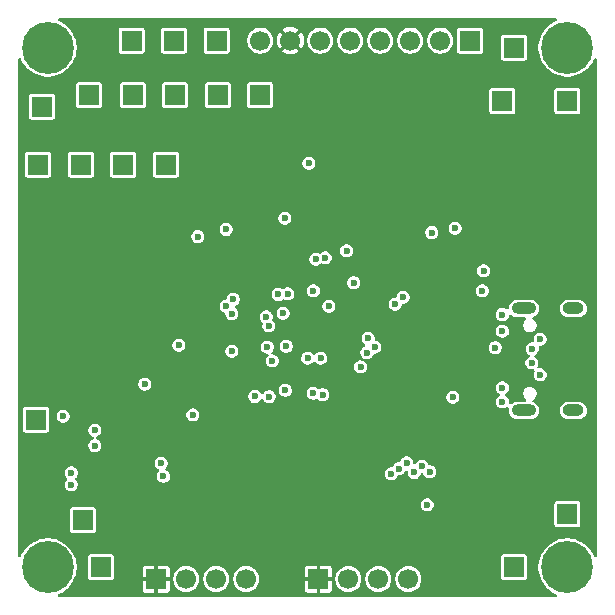
<source format=gbr>
%TF.GenerationSoftware,KiCad,Pcbnew,9.0.5*%
%TF.CreationDate,2026-01-02T01:02:28-05:00*%
%TF.ProjectId,fin-prototype,66696e2d-7072-46f7-946f-747970652e6b,rev?*%
%TF.SameCoordinates,Original*%
%TF.FileFunction,Copper,L3,Inr*%
%TF.FilePolarity,Positive*%
%FSLAX46Y46*%
G04 Gerber Fmt 4.6, Leading zero omitted, Abs format (unit mm)*
G04 Created by KiCad (PCBNEW 9.0.5) date 2026-01-02 01:02:28*
%MOMM*%
%LPD*%
G01*
G04 APERTURE LIST*
%TA.AperFunction,ComponentPad*%
%ADD10R,1.700000X1.700000*%
%TD*%
%TA.AperFunction,ComponentPad*%
%ADD11C,1.700000*%
%TD*%
%TA.AperFunction,ComponentPad*%
%ADD12C,4.400000*%
%TD*%
%TA.AperFunction,HeatsinkPad*%
%ADD13O,2.100000X1.000000*%
%TD*%
%TA.AperFunction,HeatsinkPad*%
%ADD14O,1.800000X1.000000*%
%TD*%
%TA.AperFunction,ViaPad*%
%ADD15C,0.600000*%
%TD*%
G04 APERTURE END LIST*
D10*
%TO.N,PA8*%
%TO.C,J7*%
X136000000Y-56500000D03*
%TD*%
%TO.N,+3.3V*%
%TO.C,J2*%
X106690000Y-97000000D03*
D11*
%TO.N,GAUGE1_IN_P*%
X109230000Y-97000000D03*
X111770000Y-97000000D03*
%TO.N,GND*%
X114310000Y-97000000D03*
%TD*%
D10*
%TO.N,PC14*%
%TO.C,J15*%
X107500000Y-61900000D03*
%TD*%
D12*
%TO.N,GND*%
%TO.C,H4*%
X97500000Y-96000000D03*
%TD*%
D10*
%TO.N,PA15*%
%TO.C,J8*%
X111800000Y-51400000D03*
%TD*%
%TO.N,GND*%
%TO.C,TP5*%
X101000000Y-56000000D03*
%TD*%
%TO.N,GND*%
%TO.C,TP3*%
X100500000Y-92000000D03*
%TD*%
%TO.N,PA5*%
%TO.C,J6*%
X96700000Y-61900000D03*
%TD*%
%TO.N,GND*%
%TO.C,TP4*%
X137000000Y-96000000D03*
%TD*%
D13*
%TO.N,unconnected-(J1-SHIELD-PadS1)_2*%
%TO.C,J1*%
X137820000Y-82725000D03*
D14*
%TO.N,unconnected-(J1-SHIELD-PadS1)_3*%
X142000000Y-82725000D03*
D13*
%TO.N,unconnected-(J1-SHIELD-PadS1)*%
X137820000Y-74085000D03*
D14*
%TO.N,unconnected-(J1-SHIELD-PadS1)_1*%
X142000000Y-74085000D03*
%TD*%
D10*
%TO.N,PH0*%
%TO.C,J17*%
X104700000Y-56000000D03*
%TD*%
%TO.N,PB2*%
%TO.C,J9*%
X96500000Y-83500000D03*
%TD*%
D12*
%TO.N,GND*%
%TO.C,H3*%
X141500000Y-96000000D03*
%TD*%
D10*
%TO.N,PB4*%
%TO.C,J11*%
X111900000Y-56000000D03*
%TD*%
%TO.N,GND*%
%TO.C,TP7*%
X141500000Y-91500000D03*
%TD*%
%TO.N,GND*%
%TO.C,TP8*%
X102000000Y-96000000D03*
%TD*%
%TO.N,PH1*%
%TO.C,J18*%
X100300000Y-61900000D03*
%TD*%
%TO.N,PB6*%
%TO.C,J12*%
X108200000Y-51400000D03*
%TD*%
D12*
%TO.N,GND*%
%TO.C,H1*%
X97500000Y-52000000D03*
%TD*%
D10*
%TO.N,PB3*%
%TO.C,J10*%
X115500000Y-56000000D03*
%TD*%
%TO.N,GND*%
%TO.C,TP6*%
X141500000Y-56500000D03*
%TD*%
%TO.N,SPI1_MISO*%
%TO.C,J4*%
X133280000Y-51400000D03*
D11*
%TO.N,SPI1_MOSI*%
X130740000Y-51400000D03*
%TO.N,SWDIO*%
X128200000Y-51400000D03*
%TO.N,SWCLK*%
X125660000Y-51400000D03*
%TO.N,~{SPI1_CS}*%
X123120000Y-51400000D03*
%TO.N,SPI1_SCK*%
X120580000Y-51400000D03*
%TO.N,+3.3V*%
X118040000Y-51400000D03*
%TO.N,GND*%
X115500000Y-51400000D03*
%TD*%
D10*
%TO.N,+3.3V*%
%TO.C,J3*%
X120420000Y-97000000D03*
D11*
%TO.N,GAUGE2_IN_P*%
X122960000Y-97000000D03*
X125500000Y-97000000D03*
%TO.N,GND*%
X128040000Y-97000000D03*
%TD*%
D10*
%TO.N,PC15*%
%TO.C,J16*%
X103900000Y-61900000D03*
%TD*%
%TO.N,PC13*%
%TO.C,J14*%
X104600000Y-51400000D03*
%TD*%
D12*
%TO.N,GND*%
%TO.C,H2*%
X141500000Y-52000000D03*
%TD*%
D10*
%TO.N,GND*%
%TO.C,TP1*%
X137000000Y-52000000D03*
%TD*%
%TO.N,GND*%
%TO.C,TP2*%
X97000000Y-57000000D03*
%TD*%
%TO.N,PB7*%
%TO.C,J13*%
X108300000Y-56000000D03*
%TD*%
D15*
%TO.N,GND*%
X112600000Y-67400000D03*
X110200000Y-68000000D03*
X119600000Y-61800000D03*
X123400000Y-71900000D03*
X132000000Y-67300002D03*
X108600000Y-77200000D03*
X136000000Y-82000000D03*
X117420778Y-74500000D03*
X105700000Y-80500000D03*
X120600000Y-78300000D03*
X131800000Y-81600000D03*
X134300000Y-72600000D03*
X136000000Y-74600000D03*
X134400000Y-70900000D03*
%TO.N,+3.3V*%
X98500000Y-87000000D03*
X134500000Y-82000000D03*
X121000000Y-88700000D03*
X141500000Y-66900000D03*
X140500000Y-89500000D03*
X114564314Y-88464314D03*
X117400000Y-76099000D03*
X124225735Y-81874265D03*
X112600764Y-70199236D03*
X97400000Y-68700000D03*
X134500000Y-91400000D03*
X110000000Y-80500000D03*
X128100000Y-68400000D03*
%TO.N,Net-(D5-A)*%
X136000000Y-80800000D03*
X136000000Y-76000000D03*
%TO.N,Net-(J1-CC2)*%
X139200000Y-76700000D03*
%TO.N,USB_D-*%
X135400000Y-77400000D03*
%TO.N,USB_D+*%
X138520444Y-77500000D03*
X138500000Y-78700000D03*
%TO.N,Net-(J1-CC1)*%
X139200000Y-79700000D03*
%TO.N,~{SPI1_CS}*%
X122800000Y-69200000D03*
X121300000Y-73900000D03*
X116524419Y-78524767D03*
X117700000Y-77300000D03*
%TO.N,SPI1_SCK*%
X117571715Y-66428285D03*
X113100000Y-77700000D03*
%TO.N,AVBAY_SYNC*%
X120791962Y-81388137D03*
X99500000Y-89000000D03*
%TO.N,SIGNAL*%
X120000000Y-81275000D03*
X99500000Y-88000000D03*
%TO.N,PA5*%
X115036765Y-81536765D03*
%TO.N,PA8*%
X126924265Y-73724265D03*
%TO.N,PA15*%
X121000000Y-69800000D03*
%TO.N,PB2*%
X119500000Y-78300000D03*
%TO.N,PB3*%
X120208038Y-69913137D03*
%TO.N,PB4*%
X120000000Y-72600000D03*
%TO.N,PC13*%
X113212500Y-73312500D03*
%TO.N,PC14*%
X112600000Y-73900000D03*
%TO.N,PC15*%
X113099758Y-74524697D03*
%TO.N,PH0*%
X116000000Y-74800000D03*
%TO.N,PH1*%
X116219778Y-75569222D03*
%TO.N,SPI2_SCK*%
X128525000Y-87975000D03*
X124525000Y-77825000D03*
%TO.N,SPI2_MISO*%
X125173545Y-77356606D03*
X129175000Y-87425000D03*
%TO.N,SPI2_MOSI*%
X129825000Y-87900000D03*
X124624641Y-76624000D03*
%TO.N,~{ADC_CS}*%
X123986765Y-79038235D03*
X127236742Y-87641925D03*
%TO.N,TIM2_CH1*%
X116100000Y-77350000D03*
X129625000Y-90725000D03*
%TO.N,ADC_~{SYNC}{slash}~{RST}*%
X117000000Y-72900000D03*
X126577566Y-88095236D03*
%TO.N,~{ADC_DRDY}*%
X117810244Y-72861714D03*
X127882413Y-87169577D03*
%TO.N,QSPI_IO0*%
X107300000Y-88300000D03*
%TO.N,QSPI_IO1*%
X101500000Y-84400000D03*
X116249632Y-81549632D03*
%TO.N,QSPI_IO2*%
X117623897Y-81023897D03*
X101500000Y-85700000D03*
%TO.N,QSPI_IO3*%
X109800000Y-83100000D03*
%TO.N,~{FLASH_CS}*%
X98800000Y-83200000D03*
%TO.N,USART1_RX*%
X129999496Y-67659766D03*
%TO.N,USART1_TX*%
X127600000Y-73124265D03*
%TO.N,QSPI_SCK*%
X107100000Y-87200000D03*
%TD*%
%TA.AperFunction,Conductor*%
%TO.N,+3.3V*%
G36*
X140566198Y-49520185D02*
G01*
X140611953Y-49572989D01*
X140621897Y-49642147D01*
X140592872Y-49705703D01*
X140552961Y-49736220D01*
X140312781Y-49851884D01*
X140079733Y-49998318D01*
X139864545Y-50169924D01*
X139669924Y-50364545D01*
X139498318Y-50579733D01*
X139351884Y-50812781D01*
X139232467Y-51060753D01*
X139141565Y-51320534D01*
X139141561Y-51320546D01*
X139080317Y-51588875D01*
X139080315Y-51588891D01*
X139049500Y-51862378D01*
X139049500Y-52137621D01*
X139080315Y-52411108D01*
X139080317Y-52411124D01*
X139141561Y-52679453D01*
X139141565Y-52679465D01*
X139232467Y-52939246D01*
X139351884Y-53187218D01*
X139351886Y-53187221D01*
X139498319Y-53420268D01*
X139669925Y-53635455D01*
X139864545Y-53830075D01*
X140079732Y-54001681D01*
X140312779Y-54148114D01*
X140560757Y-54267534D01*
X140755865Y-54335805D01*
X140820534Y-54358434D01*
X140820546Y-54358438D01*
X141088879Y-54419683D01*
X141362378Y-54450499D01*
X141362379Y-54450500D01*
X141362383Y-54450500D01*
X141637621Y-54450500D01*
X141637621Y-54450499D01*
X141911121Y-54419683D01*
X142179454Y-54358438D01*
X142439243Y-54267534D01*
X142687221Y-54148114D01*
X142920268Y-54001681D01*
X143135455Y-53830075D01*
X143330075Y-53635455D01*
X143501681Y-53420268D01*
X143648114Y-53187221D01*
X143689877Y-53100499D01*
X143763780Y-52947039D01*
X143810602Y-52895179D01*
X143878029Y-52876866D01*
X143944653Y-52897914D01*
X143989322Y-52951640D01*
X143999500Y-53000840D01*
X143999500Y-94999159D01*
X143979815Y-95066198D01*
X143927011Y-95111953D01*
X143857853Y-95121897D01*
X143794297Y-95092872D01*
X143763780Y-95052961D01*
X143648115Y-94812781D01*
X143648114Y-94812779D01*
X143501681Y-94579732D01*
X143330075Y-94364545D01*
X143135455Y-94169925D01*
X142920268Y-93998319D01*
X142687221Y-93851886D01*
X142687218Y-93851884D01*
X142439246Y-93732467D01*
X142179465Y-93641565D01*
X142179453Y-93641561D01*
X141911124Y-93580317D01*
X141911108Y-93580315D01*
X141637621Y-93549500D01*
X141637617Y-93549500D01*
X141362383Y-93549500D01*
X141362379Y-93549500D01*
X141088891Y-93580315D01*
X141088875Y-93580317D01*
X140820546Y-93641561D01*
X140820534Y-93641565D01*
X140560753Y-93732467D01*
X140312781Y-93851884D01*
X140079733Y-93998318D01*
X139864545Y-94169924D01*
X139669924Y-94364545D01*
X139498318Y-94579733D01*
X139351884Y-94812781D01*
X139232467Y-95060753D01*
X139141565Y-95320534D01*
X139141561Y-95320546D01*
X139080317Y-95588875D01*
X139080315Y-95588891D01*
X139049500Y-95862378D01*
X139049500Y-96137621D01*
X139080315Y-96411108D01*
X139080317Y-96411124D01*
X139141561Y-96679453D01*
X139141565Y-96679465D01*
X139232467Y-96939246D01*
X139351884Y-97187218D01*
X139351886Y-97187221D01*
X139498319Y-97420268D01*
X139669925Y-97635455D01*
X139864545Y-97830075D01*
X140079732Y-98001681D01*
X140311151Y-98147091D01*
X140312781Y-98148115D01*
X140552961Y-98263780D01*
X140604820Y-98310602D01*
X140623133Y-98378029D01*
X140602085Y-98444653D01*
X140548359Y-98489322D01*
X140499159Y-98499500D01*
X98500841Y-98499500D01*
X98433802Y-98479815D01*
X98388047Y-98427011D01*
X98378103Y-98357853D01*
X98407128Y-98294297D01*
X98447039Y-98263780D01*
X98554242Y-98212153D01*
X98687221Y-98148114D01*
X98920268Y-98001681D01*
X99135455Y-97830075D01*
X99330075Y-97635455D01*
X99501681Y-97420268D01*
X99648114Y-97187221D01*
X99767534Y-96939243D01*
X99858438Y-96679454D01*
X99919683Y-96411121D01*
X99950500Y-96137617D01*
X99950500Y-95862383D01*
X99919683Y-95588879D01*
X99858438Y-95320546D01*
X99790126Y-95125321D01*
X100899500Y-95125321D01*
X100899500Y-96874678D01*
X100914032Y-96947735D01*
X100914033Y-96947739D01*
X100917254Y-96952559D01*
X100969399Y-97030601D01*
X101022118Y-97065826D01*
X101052260Y-97085966D01*
X101052264Y-97085967D01*
X101125321Y-97100499D01*
X101125324Y-97100500D01*
X101125326Y-97100500D01*
X102874676Y-97100500D01*
X102874677Y-97100499D01*
X102947740Y-97085966D01*
X103030601Y-97030601D01*
X103085966Y-96947740D01*
X103100500Y-96874674D01*
X103100500Y-96105205D01*
X105540000Y-96105205D01*
X105540000Y-96850000D01*
X106212555Y-96850000D01*
X106190000Y-96934174D01*
X106190000Y-97065826D01*
X106212555Y-97150000D01*
X105540001Y-97150000D01*
X105540001Y-97894785D01*
X105540002Y-97894808D01*
X105542908Y-97919869D01*
X105542909Y-97919873D01*
X105588211Y-98022474D01*
X105588214Y-98022479D01*
X105667520Y-98101785D01*
X105667525Y-98101788D01*
X105770123Y-98147089D01*
X105795206Y-98149999D01*
X106539999Y-98149999D01*
X106540000Y-98149998D01*
X106540000Y-97477445D01*
X106624174Y-97500000D01*
X106755826Y-97500000D01*
X106840000Y-97477445D01*
X106840000Y-98149999D01*
X107584786Y-98149999D01*
X107584808Y-98149997D01*
X107609869Y-98147091D01*
X107609873Y-98147090D01*
X107712474Y-98101788D01*
X107712479Y-98101785D01*
X107791785Y-98022479D01*
X107791788Y-98022474D01*
X107837089Y-97919877D01*
X107837089Y-97919875D01*
X107839999Y-97894794D01*
X107840000Y-97894791D01*
X107840000Y-97150000D01*
X107167445Y-97150000D01*
X107190000Y-97065826D01*
X107190000Y-96934174D01*
X107184431Y-96913389D01*
X108129500Y-96913389D01*
X108129500Y-97086610D01*
X108149581Y-97213401D01*
X108156598Y-97257701D01*
X108210127Y-97422445D01*
X108288768Y-97576788D01*
X108390586Y-97716928D01*
X108513072Y-97839414D01*
X108653212Y-97941232D01*
X108807555Y-98019873D01*
X108972299Y-98073402D01*
X109143389Y-98100500D01*
X109143390Y-98100500D01*
X109316610Y-98100500D01*
X109316611Y-98100500D01*
X109487701Y-98073402D01*
X109652445Y-98019873D01*
X109806788Y-97941232D01*
X109946928Y-97839414D01*
X110069414Y-97716928D01*
X110171232Y-97576788D01*
X110249873Y-97422445D01*
X110303402Y-97257701D01*
X110330500Y-97086611D01*
X110330500Y-96913389D01*
X110669500Y-96913389D01*
X110669500Y-97086610D01*
X110689581Y-97213401D01*
X110696598Y-97257701D01*
X110750127Y-97422445D01*
X110828768Y-97576788D01*
X110930586Y-97716928D01*
X111053072Y-97839414D01*
X111193212Y-97941232D01*
X111347555Y-98019873D01*
X111512299Y-98073402D01*
X111683389Y-98100500D01*
X111683390Y-98100500D01*
X111856610Y-98100500D01*
X111856611Y-98100500D01*
X112027701Y-98073402D01*
X112192445Y-98019873D01*
X112346788Y-97941232D01*
X112486928Y-97839414D01*
X112609414Y-97716928D01*
X112711232Y-97576788D01*
X112789873Y-97422445D01*
X112843402Y-97257701D01*
X112870500Y-97086611D01*
X112870500Y-96913389D01*
X113209500Y-96913389D01*
X113209500Y-97086610D01*
X113229581Y-97213401D01*
X113236598Y-97257701D01*
X113290127Y-97422445D01*
X113368768Y-97576788D01*
X113470586Y-97716928D01*
X113593072Y-97839414D01*
X113733212Y-97941232D01*
X113887555Y-98019873D01*
X114052299Y-98073402D01*
X114223389Y-98100500D01*
X114223390Y-98100500D01*
X114396610Y-98100500D01*
X114396611Y-98100500D01*
X114567701Y-98073402D01*
X114732445Y-98019873D01*
X114886788Y-97941232D01*
X115026928Y-97839414D01*
X115149414Y-97716928D01*
X115251232Y-97576788D01*
X115329873Y-97422445D01*
X115383402Y-97257701D01*
X115410500Y-97086611D01*
X115410500Y-96913389D01*
X115383402Y-96742299D01*
X115329873Y-96577555D01*
X115251232Y-96423212D01*
X115149414Y-96283072D01*
X115026928Y-96160586D01*
X114950703Y-96105205D01*
X119270000Y-96105205D01*
X119270000Y-96850000D01*
X119942555Y-96850000D01*
X119920000Y-96934174D01*
X119920000Y-97065826D01*
X119942555Y-97150000D01*
X119270001Y-97150000D01*
X119270001Y-97894785D01*
X119270002Y-97894808D01*
X119272908Y-97919869D01*
X119272909Y-97919873D01*
X119318211Y-98022474D01*
X119318214Y-98022479D01*
X119397520Y-98101785D01*
X119397525Y-98101788D01*
X119500123Y-98147089D01*
X119525206Y-98149999D01*
X120269999Y-98149999D01*
X120270000Y-98149998D01*
X120270000Y-97477445D01*
X120354174Y-97500000D01*
X120485826Y-97500000D01*
X120570000Y-97477445D01*
X120570000Y-98149999D01*
X121314786Y-98149999D01*
X121314808Y-98149997D01*
X121339869Y-98147091D01*
X121339873Y-98147090D01*
X121442474Y-98101788D01*
X121442479Y-98101785D01*
X121521785Y-98022479D01*
X121521788Y-98022474D01*
X121567089Y-97919877D01*
X121567089Y-97919875D01*
X121569999Y-97894794D01*
X121570000Y-97894791D01*
X121570000Y-97150000D01*
X120897445Y-97150000D01*
X120920000Y-97065826D01*
X120920000Y-96934174D01*
X120914431Y-96913389D01*
X121859500Y-96913389D01*
X121859500Y-97086610D01*
X121879581Y-97213401D01*
X121886598Y-97257701D01*
X121940127Y-97422445D01*
X122018768Y-97576788D01*
X122120586Y-97716928D01*
X122243072Y-97839414D01*
X122383212Y-97941232D01*
X122537555Y-98019873D01*
X122702299Y-98073402D01*
X122873389Y-98100500D01*
X122873390Y-98100500D01*
X123046610Y-98100500D01*
X123046611Y-98100500D01*
X123217701Y-98073402D01*
X123382445Y-98019873D01*
X123536788Y-97941232D01*
X123676928Y-97839414D01*
X123799414Y-97716928D01*
X123901232Y-97576788D01*
X123979873Y-97422445D01*
X124033402Y-97257701D01*
X124060500Y-97086611D01*
X124060500Y-96913389D01*
X124399500Y-96913389D01*
X124399500Y-97086610D01*
X124419581Y-97213401D01*
X124426598Y-97257701D01*
X124480127Y-97422445D01*
X124558768Y-97576788D01*
X124660586Y-97716928D01*
X124783072Y-97839414D01*
X124923212Y-97941232D01*
X125077555Y-98019873D01*
X125242299Y-98073402D01*
X125413389Y-98100500D01*
X125413390Y-98100500D01*
X125586610Y-98100500D01*
X125586611Y-98100500D01*
X125757701Y-98073402D01*
X125922445Y-98019873D01*
X126076788Y-97941232D01*
X126216928Y-97839414D01*
X126339414Y-97716928D01*
X126441232Y-97576788D01*
X126519873Y-97422445D01*
X126573402Y-97257701D01*
X126600500Y-97086611D01*
X126600500Y-96913389D01*
X126939500Y-96913389D01*
X126939500Y-97086610D01*
X126959581Y-97213401D01*
X126966598Y-97257701D01*
X127020127Y-97422445D01*
X127098768Y-97576788D01*
X127200586Y-97716928D01*
X127323072Y-97839414D01*
X127463212Y-97941232D01*
X127617555Y-98019873D01*
X127782299Y-98073402D01*
X127953389Y-98100500D01*
X127953390Y-98100500D01*
X128126610Y-98100500D01*
X128126611Y-98100500D01*
X128297701Y-98073402D01*
X128462445Y-98019873D01*
X128616788Y-97941232D01*
X128756928Y-97839414D01*
X128879414Y-97716928D01*
X128981232Y-97576788D01*
X129059873Y-97422445D01*
X129113402Y-97257701D01*
X129140500Y-97086611D01*
X129140500Y-96913389D01*
X129113402Y-96742299D01*
X129059873Y-96577555D01*
X128981232Y-96423212D01*
X128879414Y-96283072D01*
X128756928Y-96160586D01*
X128616788Y-96058768D01*
X128462445Y-95980127D01*
X128297701Y-95926598D01*
X128297699Y-95926597D01*
X128297698Y-95926597D01*
X128166271Y-95905781D01*
X128126611Y-95899500D01*
X127953389Y-95899500D01*
X127913728Y-95905781D01*
X127782302Y-95926597D01*
X127782299Y-95926598D01*
X127625579Y-95977520D01*
X127617552Y-95980128D01*
X127463211Y-96058768D01*
X127399316Y-96105191D01*
X127323072Y-96160586D01*
X127323070Y-96160588D01*
X127323069Y-96160588D01*
X127200588Y-96283069D01*
X127200588Y-96283070D01*
X127200586Y-96283072D01*
X127156859Y-96343256D01*
X127098768Y-96423211D01*
X127020128Y-96577552D01*
X126966597Y-96742302D01*
X126939500Y-96913389D01*
X126600500Y-96913389D01*
X126573402Y-96742299D01*
X126519873Y-96577555D01*
X126441232Y-96423212D01*
X126339414Y-96283072D01*
X126216928Y-96160586D01*
X126076788Y-96058768D01*
X125922445Y-95980127D01*
X125757701Y-95926598D01*
X125757699Y-95926597D01*
X125757698Y-95926597D01*
X125626271Y-95905781D01*
X125586611Y-95899500D01*
X125413389Y-95899500D01*
X125373728Y-95905781D01*
X125242302Y-95926597D01*
X125242299Y-95926598D01*
X125085579Y-95977520D01*
X125077552Y-95980128D01*
X124923211Y-96058768D01*
X124859316Y-96105191D01*
X124783072Y-96160586D01*
X124783070Y-96160588D01*
X124783069Y-96160588D01*
X124660588Y-96283069D01*
X124660588Y-96283070D01*
X124660586Y-96283072D01*
X124616859Y-96343256D01*
X124558768Y-96423211D01*
X124480128Y-96577552D01*
X124426597Y-96742302D01*
X124399500Y-96913389D01*
X124060500Y-96913389D01*
X124033402Y-96742299D01*
X123979873Y-96577555D01*
X123901232Y-96423212D01*
X123799414Y-96283072D01*
X123676928Y-96160586D01*
X123536788Y-96058768D01*
X123382445Y-95980127D01*
X123217701Y-95926598D01*
X123217699Y-95926597D01*
X123217698Y-95926597D01*
X123086271Y-95905781D01*
X123046611Y-95899500D01*
X122873389Y-95899500D01*
X122833728Y-95905781D01*
X122702302Y-95926597D01*
X122702299Y-95926598D01*
X122545579Y-95977520D01*
X122537552Y-95980128D01*
X122383211Y-96058768D01*
X122319316Y-96105191D01*
X122243072Y-96160586D01*
X122243070Y-96160588D01*
X122243069Y-96160588D01*
X122120588Y-96283069D01*
X122120588Y-96283070D01*
X122120586Y-96283072D01*
X122076859Y-96343256D01*
X122018768Y-96423211D01*
X121940128Y-96577552D01*
X121886597Y-96742302D01*
X121859500Y-96913389D01*
X120914431Y-96913389D01*
X120897445Y-96850000D01*
X121569999Y-96850000D01*
X121569999Y-96105214D01*
X121569997Y-96105191D01*
X121567091Y-96080130D01*
X121567090Y-96080126D01*
X121521788Y-95977525D01*
X121521785Y-95977520D01*
X121442479Y-95898214D01*
X121442474Y-95898211D01*
X121339876Y-95852910D01*
X121314794Y-95850000D01*
X120570000Y-95850000D01*
X120570000Y-96522554D01*
X120485826Y-96500000D01*
X120354174Y-96500000D01*
X120270000Y-96522554D01*
X120270000Y-95850000D01*
X119525214Y-95850000D01*
X119525191Y-95850002D01*
X119500130Y-95852908D01*
X119500126Y-95852909D01*
X119397525Y-95898211D01*
X119397520Y-95898214D01*
X119318214Y-95977520D01*
X119318211Y-95977525D01*
X119272910Y-96080122D01*
X119272910Y-96080124D01*
X119270000Y-96105205D01*
X114950703Y-96105205D01*
X114886788Y-96058768D01*
X114732445Y-95980127D01*
X114567701Y-95926598D01*
X114567699Y-95926597D01*
X114567698Y-95926597D01*
X114436271Y-95905781D01*
X114396611Y-95899500D01*
X114223389Y-95899500D01*
X114183728Y-95905781D01*
X114052302Y-95926597D01*
X114052299Y-95926598D01*
X113895579Y-95977520D01*
X113887552Y-95980128D01*
X113733211Y-96058768D01*
X113669316Y-96105191D01*
X113593072Y-96160586D01*
X113593070Y-96160588D01*
X113593069Y-96160588D01*
X113470588Y-96283069D01*
X113470588Y-96283070D01*
X113470586Y-96283072D01*
X113426859Y-96343256D01*
X113368768Y-96423211D01*
X113290128Y-96577552D01*
X113236597Y-96742302D01*
X113209500Y-96913389D01*
X112870500Y-96913389D01*
X112843402Y-96742299D01*
X112789873Y-96577555D01*
X112711232Y-96423212D01*
X112609414Y-96283072D01*
X112486928Y-96160586D01*
X112346788Y-96058768D01*
X112192445Y-95980127D01*
X112027701Y-95926598D01*
X112027699Y-95926597D01*
X112027698Y-95926597D01*
X111896271Y-95905781D01*
X111856611Y-95899500D01*
X111683389Y-95899500D01*
X111643728Y-95905781D01*
X111512302Y-95926597D01*
X111512299Y-95926598D01*
X111355579Y-95977520D01*
X111347552Y-95980128D01*
X111193211Y-96058768D01*
X111129316Y-96105191D01*
X111053072Y-96160586D01*
X111053070Y-96160588D01*
X111053069Y-96160588D01*
X110930588Y-96283069D01*
X110930588Y-96283070D01*
X110930586Y-96283072D01*
X110886859Y-96343256D01*
X110828768Y-96423211D01*
X110750128Y-96577552D01*
X110696597Y-96742302D01*
X110669500Y-96913389D01*
X110330500Y-96913389D01*
X110303402Y-96742299D01*
X110249873Y-96577555D01*
X110171232Y-96423212D01*
X110069414Y-96283072D01*
X109946928Y-96160586D01*
X109806788Y-96058768D01*
X109652445Y-95980127D01*
X109487701Y-95926598D01*
X109487699Y-95926597D01*
X109487698Y-95926597D01*
X109356271Y-95905781D01*
X109316611Y-95899500D01*
X109143389Y-95899500D01*
X109103728Y-95905781D01*
X108972302Y-95926597D01*
X108972299Y-95926598D01*
X108815579Y-95977520D01*
X108807552Y-95980128D01*
X108653211Y-96058768D01*
X108589316Y-96105191D01*
X108513072Y-96160586D01*
X108513070Y-96160588D01*
X108513069Y-96160588D01*
X108390588Y-96283069D01*
X108390588Y-96283070D01*
X108390586Y-96283072D01*
X108346859Y-96343256D01*
X108288768Y-96423211D01*
X108210128Y-96577552D01*
X108156597Y-96742302D01*
X108129500Y-96913389D01*
X107184431Y-96913389D01*
X107167445Y-96850000D01*
X107839999Y-96850000D01*
X107839999Y-96105214D01*
X107839997Y-96105191D01*
X107837091Y-96080130D01*
X107837090Y-96080126D01*
X107791788Y-95977525D01*
X107791785Y-95977520D01*
X107712479Y-95898214D01*
X107712474Y-95898211D01*
X107609876Y-95852910D01*
X107584794Y-95850000D01*
X106840000Y-95850000D01*
X106840000Y-96522554D01*
X106755826Y-96500000D01*
X106624174Y-96500000D01*
X106540000Y-96522554D01*
X106540000Y-95850000D01*
X105795214Y-95850000D01*
X105795191Y-95850002D01*
X105770130Y-95852908D01*
X105770126Y-95852909D01*
X105667525Y-95898211D01*
X105667520Y-95898214D01*
X105588214Y-95977520D01*
X105588211Y-95977525D01*
X105542910Y-96080122D01*
X105542910Y-96080124D01*
X105540000Y-96105205D01*
X103100500Y-96105205D01*
X103100500Y-95125326D01*
X103100500Y-95125323D01*
X103100499Y-95125321D01*
X135899500Y-95125321D01*
X135899500Y-96874678D01*
X135914032Y-96947735D01*
X135914033Y-96947739D01*
X135917254Y-96952559D01*
X135969399Y-97030601D01*
X136022118Y-97065826D01*
X136052260Y-97085966D01*
X136052264Y-97085967D01*
X136125321Y-97100499D01*
X136125324Y-97100500D01*
X136125326Y-97100500D01*
X137874676Y-97100500D01*
X137874677Y-97100499D01*
X137947740Y-97085966D01*
X138030601Y-97030601D01*
X138085966Y-96947740D01*
X138100500Y-96874674D01*
X138100500Y-95125326D01*
X138100500Y-95125323D01*
X138100499Y-95125321D01*
X138085967Y-95052264D01*
X138085966Y-95052260D01*
X138083359Y-95048359D01*
X138030601Y-94969399D01*
X137947740Y-94914034D01*
X137947739Y-94914033D01*
X137947735Y-94914032D01*
X137874677Y-94899500D01*
X137874674Y-94899500D01*
X136125326Y-94899500D01*
X136125323Y-94899500D01*
X136052264Y-94914032D01*
X136052260Y-94914033D01*
X135969399Y-94969399D01*
X135914033Y-95052260D01*
X135914032Y-95052264D01*
X135899500Y-95125321D01*
X103100499Y-95125321D01*
X103085967Y-95052264D01*
X103085966Y-95052260D01*
X103083359Y-95048359D01*
X103030601Y-94969399D01*
X102947740Y-94914034D01*
X102947739Y-94914033D01*
X102947735Y-94914032D01*
X102874677Y-94899500D01*
X102874674Y-94899500D01*
X101125326Y-94899500D01*
X101125323Y-94899500D01*
X101052264Y-94914032D01*
X101052260Y-94914033D01*
X100969399Y-94969399D01*
X100914033Y-95052260D01*
X100914032Y-95052264D01*
X100899500Y-95125321D01*
X99790126Y-95125321D01*
X99767534Y-95060757D01*
X99648114Y-94812779D01*
X99501681Y-94579732D01*
X99330075Y-94364545D01*
X99135455Y-94169925D01*
X98920268Y-93998319D01*
X98687221Y-93851886D01*
X98687218Y-93851884D01*
X98439246Y-93732467D01*
X98179465Y-93641565D01*
X98179453Y-93641561D01*
X97911124Y-93580317D01*
X97911108Y-93580315D01*
X97637621Y-93549500D01*
X97637617Y-93549500D01*
X97362383Y-93549500D01*
X97362379Y-93549500D01*
X97088891Y-93580315D01*
X97088875Y-93580317D01*
X96820546Y-93641561D01*
X96820534Y-93641565D01*
X96560753Y-93732467D01*
X96312781Y-93851884D01*
X96079733Y-93998318D01*
X95864545Y-94169924D01*
X95669924Y-94364545D01*
X95498318Y-94579733D01*
X95351884Y-94812781D01*
X95236220Y-95052961D01*
X95189398Y-95104820D01*
X95121971Y-95123133D01*
X95055347Y-95102085D01*
X95010678Y-95048359D01*
X95000500Y-94999159D01*
X95000500Y-91125321D01*
X99399500Y-91125321D01*
X99399500Y-92874678D01*
X99414032Y-92947735D01*
X99414033Y-92947739D01*
X99414034Y-92947740D01*
X99469399Y-93030601D01*
X99552260Y-93085966D01*
X99552264Y-93085967D01*
X99625321Y-93100499D01*
X99625324Y-93100500D01*
X99625326Y-93100500D01*
X101374676Y-93100500D01*
X101374677Y-93100499D01*
X101447740Y-93085966D01*
X101530601Y-93030601D01*
X101585966Y-92947740D01*
X101600500Y-92874674D01*
X101600500Y-91125326D01*
X101600500Y-91125323D01*
X101600499Y-91125321D01*
X101585967Y-91052264D01*
X101585966Y-91052260D01*
X101530601Y-90969399D01*
X101447740Y-90914034D01*
X101447739Y-90914033D01*
X101447735Y-90914032D01*
X101374677Y-90899500D01*
X101374674Y-90899500D01*
X99625326Y-90899500D01*
X99625323Y-90899500D01*
X99552264Y-90914032D01*
X99552260Y-90914033D01*
X99469399Y-90969399D01*
X99414033Y-91052260D01*
X99414032Y-91052264D01*
X99399500Y-91125321D01*
X95000500Y-91125321D01*
X95000500Y-90652525D01*
X129074500Y-90652525D01*
X129074500Y-90797475D01*
X129112016Y-90937485D01*
X129112017Y-90937488D01*
X129184488Y-91063011D01*
X129184490Y-91063013D01*
X129184491Y-91063015D01*
X129286985Y-91165509D01*
X129286986Y-91165510D01*
X129286988Y-91165511D01*
X129412511Y-91237982D01*
X129412512Y-91237982D01*
X129412515Y-91237984D01*
X129552525Y-91275500D01*
X129552528Y-91275500D01*
X129697472Y-91275500D01*
X129697475Y-91275500D01*
X129837485Y-91237984D01*
X129963015Y-91165509D01*
X130065509Y-91063015D01*
X130137984Y-90937485D01*
X130175500Y-90797475D01*
X130175500Y-90652525D01*
X130168211Y-90625321D01*
X140399500Y-90625321D01*
X140399500Y-92374678D01*
X140414032Y-92447735D01*
X140414033Y-92447739D01*
X140414034Y-92447740D01*
X140469399Y-92530601D01*
X140552260Y-92585966D01*
X140552264Y-92585967D01*
X140625321Y-92600499D01*
X140625324Y-92600500D01*
X140625326Y-92600500D01*
X142374676Y-92600500D01*
X142374677Y-92600499D01*
X142447740Y-92585966D01*
X142530601Y-92530601D01*
X142585966Y-92447740D01*
X142600500Y-92374674D01*
X142600500Y-90625326D01*
X142600500Y-90625323D01*
X142600499Y-90625321D01*
X142585967Y-90552264D01*
X142585966Y-90552260D01*
X142530601Y-90469399D01*
X142447740Y-90414034D01*
X142447739Y-90414033D01*
X142447735Y-90414032D01*
X142374677Y-90399500D01*
X142374674Y-90399500D01*
X140625326Y-90399500D01*
X140625323Y-90399500D01*
X140552264Y-90414032D01*
X140552260Y-90414033D01*
X140469399Y-90469399D01*
X140414033Y-90552260D01*
X140414032Y-90552264D01*
X140399500Y-90625321D01*
X130168211Y-90625321D01*
X130137984Y-90512515D01*
X130065509Y-90386985D01*
X129963015Y-90284491D01*
X129963013Y-90284490D01*
X129963011Y-90284488D01*
X129837488Y-90212017D01*
X129837489Y-90212017D01*
X129826006Y-90208940D01*
X129697475Y-90174500D01*
X129552525Y-90174500D01*
X129423993Y-90208940D01*
X129412511Y-90212017D01*
X129286988Y-90284488D01*
X129286982Y-90284493D01*
X129184493Y-90386982D01*
X129184488Y-90386988D01*
X129112017Y-90512511D01*
X129112016Y-90512515D01*
X129074500Y-90652525D01*
X95000500Y-90652525D01*
X95000500Y-87927525D01*
X98949500Y-87927525D01*
X98949500Y-88072475D01*
X98980317Y-88187485D01*
X98987017Y-88212488D01*
X99059488Y-88338011D01*
X99059493Y-88338017D01*
X99133795Y-88412319D01*
X99167280Y-88473642D01*
X99162296Y-88543334D01*
X99133795Y-88587681D01*
X99059493Y-88661982D01*
X99059488Y-88661988D01*
X98987017Y-88787511D01*
X98987016Y-88787515D01*
X98949500Y-88927525D01*
X98949500Y-89072475D01*
X98987016Y-89212485D01*
X98987017Y-89212488D01*
X99059488Y-89338011D01*
X99059490Y-89338013D01*
X99059491Y-89338015D01*
X99161985Y-89440509D01*
X99161986Y-89440510D01*
X99161988Y-89440511D01*
X99287511Y-89512982D01*
X99287512Y-89512982D01*
X99287515Y-89512984D01*
X99427525Y-89550500D01*
X99427528Y-89550500D01*
X99572472Y-89550500D01*
X99572475Y-89550500D01*
X99712485Y-89512984D01*
X99838015Y-89440509D01*
X99940509Y-89338015D01*
X100012984Y-89212485D01*
X100050500Y-89072475D01*
X100050500Y-88927525D01*
X100012984Y-88787515D01*
X99985843Y-88740506D01*
X99940511Y-88661988D01*
X99940506Y-88661982D01*
X99866205Y-88587681D01*
X99832720Y-88526358D01*
X99837704Y-88456666D01*
X99866205Y-88412319D01*
X99940509Y-88338015D01*
X100012984Y-88212485D01*
X100050500Y-88072475D01*
X100050500Y-87927525D01*
X100012984Y-87787515D01*
X100012647Y-87786932D01*
X99940511Y-87661988D01*
X99940506Y-87661982D01*
X99838017Y-87559493D01*
X99838011Y-87559488D01*
X99712488Y-87487017D01*
X99712489Y-87487017D01*
X99701006Y-87483940D01*
X99572475Y-87449500D01*
X99427525Y-87449500D01*
X99298993Y-87483940D01*
X99287511Y-87487017D01*
X99161988Y-87559488D01*
X99161982Y-87559493D01*
X99059493Y-87661982D01*
X99059488Y-87661988D01*
X98987017Y-87787511D01*
X98987016Y-87787515D01*
X98949500Y-87927525D01*
X95000500Y-87927525D01*
X95000500Y-87127525D01*
X106549500Y-87127525D01*
X106549500Y-87272475D01*
X106578864Y-87382062D01*
X106587017Y-87412488D01*
X106659488Y-87538011D01*
X106659490Y-87538013D01*
X106659491Y-87538015D01*
X106761985Y-87640509D01*
X106809182Y-87667758D01*
X106887659Y-87713067D01*
X106935875Y-87763634D01*
X106949098Y-87832241D01*
X106923130Y-87897106D01*
X106913341Y-87908135D01*
X106859488Y-87961988D01*
X106787017Y-88087511D01*
X106787016Y-88087515D01*
X106749500Y-88227525D01*
X106749500Y-88372475D01*
X106780451Y-88487984D01*
X106787017Y-88512488D01*
X106859488Y-88638011D01*
X106859490Y-88638013D01*
X106859491Y-88638015D01*
X106961985Y-88740509D01*
X106961986Y-88740510D01*
X106961988Y-88740511D01*
X107087511Y-88812982D01*
X107087512Y-88812982D01*
X107087515Y-88812984D01*
X107227525Y-88850500D01*
X107227528Y-88850500D01*
X107372472Y-88850500D01*
X107372475Y-88850500D01*
X107512485Y-88812984D01*
X107638015Y-88740509D01*
X107740509Y-88638015D01*
X107812984Y-88512485D01*
X107850500Y-88372475D01*
X107850500Y-88227525D01*
X107812984Y-88087515D01*
X107775598Y-88022761D01*
X126027066Y-88022761D01*
X126027066Y-88167711D01*
X126064582Y-88307721D01*
X126064583Y-88307724D01*
X126137054Y-88433247D01*
X126137056Y-88433249D01*
X126137057Y-88433251D01*
X126239551Y-88535745D01*
X126239552Y-88535746D01*
X126239554Y-88535747D01*
X126365077Y-88608218D01*
X126365078Y-88608218D01*
X126365081Y-88608220D01*
X126505091Y-88645736D01*
X126505094Y-88645736D01*
X126650038Y-88645736D01*
X126650041Y-88645736D01*
X126790051Y-88608220D01*
X126915581Y-88535745D01*
X127018075Y-88433251D01*
X127073062Y-88338011D01*
X127090548Y-88307725D01*
X127090548Y-88307723D01*
X127090550Y-88307721D01*
X127096818Y-88284328D01*
X127133183Y-88224670D01*
X127196030Y-88194142D01*
X127216592Y-88192425D01*
X127309214Y-88192425D01*
X127309217Y-88192425D01*
X127449227Y-88154909D01*
X127574757Y-88082434D01*
X127677251Y-87979940D01*
X127743113Y-87865863D01*
X127793680Y-87817648D01*
X127862287Y-87804425D01*
X127927152Y-87830394D01*
X127967680Y-87887308D01*
X127974500Y-87927864D01*
X127974500Y-88047475D01*
X128006717Y-88167708D01*
X128012017Y-88187488D01*
X128084488Y-88313011D01*
X128084490Y-88313013D01*
X128084491Y-88313015D01*
X128186985Y-88415509D01*
X128186986Y-88415510D01*
X128186988Y-88415511D01*
X128312511Y-88487982D01*
X128312512Y-88487982D01*
X128312515Y-88487984D01*
X128452525Y-88525500D01*
X128452528Y-88525500D01*
X128597472Y-88525500D01*
X128597475Y-88525500D01*
X128737485Y-88487984D01*
X128863015Y-88415509D01*
X128965509Y-88313015D01*
X129037984Y-88187485D01*
X129065274Y-88085636D01*
X129101638Y-88025979D01*
X129164485Y-87995450D01*
X129233861Y-88003745D01*
X129287739Y-88048230D01*
X129304821Y-88085636D01*
X129312016Y-88112485D01*
X129312017Y-88112488D01*
X129384488Y-88238011D01*
X129384490Y-88238013D01*
X129384491Y-88238015D01*
X129486985Y-88340509D01*
X129486986Y-88340510D01*
X129486988Y-88340511D01*
X129612511Y-88412982D01*
X129612512Y-88412982D01*
X129612515Y-88412984D01*
X129752525Y-88450500D01*
X129752528Y-88450500D01*
X129897472Y-88450500D01*
X129897475Y-88450500D01*
X130037485Y-88412984D01*
X130163015Y-88340509D01*
X130265509Y-88238015D01*
X130337984Y-88112485D01*
X130375500Y-87972475D01*
X130375500Y-87827525D01*
X130337984Y-87687515D01*
X130326577Y-87667758D01*
X130265511Y-87561988D01*
X130265506Y-87561982D01*
X130163017Y-87459493D01*
X130163011Y-87459488D01*
X130037488Y-87387017D01*
X130037489Y-87387017D01*
X130026006Y-87383940D01*
X129897475Y-87349500D01*
X129819837Y-87349500D01*
X129752798Y-87329815D01*
X129707043Y-87277011D01*
X129700064Y-87257601D01*
X129687984Y-87212515D01*
X129681574Y-87201413D01*
X129615511Y-87086988D01*
X129615506Y-87086982D01*
X129513017Y-86984493D01*
X129513011Y-86984488D01*
X129387488Y-86912017D01*
X129387489Y-86912017D01*
X129376006Y-86908940D01*
X129247475Y-86874500D01*
X129102525Y-86874500D01*
X128973993Y-86908940D01*
X128962511Y-86912017D01*
X128836988Y-86984488D01*
X128836982Y-86984493D01*
X128734493Y-87086982D01*
X128734491Y-87086985D01*
X128664300Y-87208559D01*
X128613733Y-87256774D01*
X128545125Y-87269996D01*
X128480261Y-87244028D01*
X128439733Y-87187114D01*
X128432913Y-87146558D01*
X128432913Y-87097104D01*
X128432913Y-87097102D01*
X128395397Y-86957092D01*
X128369372Y-86912016D01*
X128322924Y-86831565D01*
X128322919Y-86831559D01*
X128220430Y-86729070D01*
X128220424Y-86729065D01*
X128094901Y-86656594D01*
X128094902Y-86656594D01*
X128068427Y-86649500D01*
X127954888Y-86619077D01*
X127809938Y-86619077D01*
X127696399Y-86649500D01*
X127669924Y-86656594D01*
X127544401Y-86729065D01*
X127544395Y-86729070D01*
X127441906Y-86831559D01*
X127441901Y-86831565D01*
X127369430Y-86957088D01*
X127369429Y-86957092D01*
X127362088Y-86984491D01*
X127358061Y-86999519D01*
X127321695Y-87059179D01*
X127258848Y-87089708D01*
X127238286Y-87091425D01*
X127164267Y-87091425D01*
X127035735Y-87125865D01*
X127024253Y-87128942D01*
X126898730Y-87201413D01*
X126898724Y-87201418D01*
X126796235Y-87303907D01*
X126796230Y-87303913D01*
X126723759Y-87429436D01*
X126723759Y-87429437D01*
X126723758Y-87429439D01*
X126723758Y-87429440D01*
X126717490Y-87452831D01*
X126681126Y-87512490D01*
X126618279Y-87543019D01*
X126597716Y-87544736D01*
X126505091Y-87544736D01*
X126376559Y-87579176D01*
X126365077Y-87582253D01*
X126239554Y-87654724D01*
X126239548Y-87654729D01*
X126137059Y-87757218D01*
X126137054Y-87757224D01*
X126064583Y-87882747D01*
X126064582Y-87882751D01*
X126027066Y-88022761D01*
X107775598Y-88022761D01*
X107740509Y-87961985D01*
X107638015Y-87859491D01*
X107542638Y-87804425D01*
X107512340Y-87786932D01*
X107464124Y-87736365D01*
X107450902Y-87667758D01*
X107476870Y-87602893D01*
X107486643Y-87591880D01*
X107540509Y-87538015D01*
X107612984Y-87412485D01*
X107650500Y-87272475D01*
X107650500Y-87127525D01*
X107612984Y-86987515D01*
X107611239Y-86984493D01*
X107540511Y-86861988D01*
X107540506Y-86861982D01*
X107438017Y-86759493D01*
X107438011Y-86759488D01*
X107312488Y-86687017D01*
X107312489Y-86687017D01*
X107301006Y-86683940D01*
X107172475Y-86649500D01*
X107027525Y-86649500D01*
X106898993Y-86683940D01*
X106887511Y-86687017D01*
X106761988Y-86759488D01*
X106761982Y-86759493D01*
X106659493Y-86861982D01*
X106659488Y-86861988D01*
X106587017Y-86987511D01*
X106582583Y-87004055D01*
X106549500Y-87127525D01*
X95000500Y-87127525D01*
X95000500Y-82625321D01*
X95399500Y-82625321D01*
X95399500Y-84374678D01*
X95414032Y-84447735D01*
X95414033Y-84447739D01*
X95414034Y-84447740D01*
X95469399Y-84530601D01*
X95552260Y-84585966D01*
X95552264Y-84585967D01*
X95625321Y-84600499D01*
X95625324Y-84600500D01*
X95625326Y-84600500D01*
X97374676Y-84600500D01*
X97374677Y-84600499D01*
X97447740Y-84585966D01*
X97530601Y-84530601D01*
X97585966Y-84447740D01*
X97600500Y-84374674D01*
X97600500Y-84327525D01*
X100949500Y-84327525D01*
X100949500Y-84472475D01*
X100983805Y-84600500D01*
X100987017Y-84612488D01*
X101059488Y-84738011D01*
X101059490Y-84738013D01*
X101059491Y-84738015D01*
X101161985Y-84840509D01*
X101161986Y-84840510D01*
X101161988Y-84840511D01*
X101287511Y-84912982D01*
X101287512Y-84912982D01*
X101287515Y-84912984D01*
X101351861Y-84930225D01*
X101411520Y-84966591D01*
X101442049Y-85029438D01*
X101433754Y-85098813D01*
X101389268Y-85152691D01*
X101351862Y-85169774D01*
X101297516Y-85184336D01*
X101287511Y-85187017D01*
X101161988Y-85259488D01*
X101161982Y-85259493D01*
X101059493Y-85361982D01*
X101059488Y-85361988D01*
X100987017Y-85487511D01*
X100987016Y-85487515D01*
X100949500Y-85627525D01*
X100949500Y-85772475D01*
X100987016Y-85912485D01*
X100987017Y-85912488D01*
X101059488Y-86038011D01*
X101059490Y-86038013D01*
X101059491Y-86038015D01*
X101161985Y-86140509D01*
X101161986Y-86140510D01*
X101161988Y-86140511D01*
X101287511Y-86212982D01*
X101287512Y-86212982D01*
X101287515Y-86212984D01*
X101427525Y-86250500D01*
X101427528Y-86250500D01*
X101572472Y-86250500D01*
X101572475Y-86250500D01*
X101712485Y-86212984D01*
X101838015Y-86140509D01*
X101940509Y-86038015D01*
X102012984Y-85912485D01*
X102050500Y-85772475D01*
X102050500Y-85627525D01*
X102012984Y-85487515D01*
X101940509Y-85361985D01*
X101838015Y-85259491D01*
X101838013Y-85259490D01*
X101838011Y-85259488D01*
X101712488Y-85187017D01*
X101712489Y-85187017D01*
X101706157Y-85185320D01*
X101648137Y-85169773D01*
X101588479Y-85133410D01*
X101557950Y-85070563D01*
X101566245Y-85001187D01*
X101610730Y-84947309D01*
X101648135Y-84930226D01*
X101712485Y-84912984D01*
X101838015Y-84840509D01*
X101940509Y-84738015D01*
X102012984Y-84612485D01*
X102050500Y-84472475D01*
X102050500Y-84327525D01*
X102012984Y-84187515D01*
X101940509Y-84061985D01*
X101838015Y-83959491D01*
X101838013Y-83959490D01*
X101838011Y-83959488D01*
X101712488Y-83887017D01*
X101712489Y-83887017D01*
X101701006Y-83883940D01*
X101572475Y-83849500D01*
X101427525Y-83849500D01*
X101298993Y-83883940D01*
X101287511Y-83887017D01*
X101161988Y-83959488D01*
X101161982Y-83959493D01*
X101059493Y-84061982D01*
X101059488Y-84061988D01*
X100987017Y-84187511D01*
X100987016Y-84187515D01*
X100949500Y-84327525D01*
X97600500Y-84327525D01*
X97600500Y-83127525D01*
X98249500Y-83127525D01*
X98249500Y-83272475D01*
X98287016Y-83412485D01*
X98287017Y-83412488D01*
X98359488Y-83538011D01*
X98359490Y-83538013D01*
X98359491Y-83538015D01*
X98461985Y-83640509D01*
X98461986Y-83640510D01*
X98461988Y-83640511D01*
X98587511Y-83712982D01*
X98587512Y-83712982D01*
X98587515Y-83712984D01*
X98727525Y-83750500D01*
X98727528Y-83750500D01*
X98872472Y-83750500D01*
X98872475Y-83750500D01*
X99012485Y-83712984D01*
X99138015Y-83640509D01*
X99240509Y-83538015D01*
X99312984Y-83412485D01*
X99350500Y-83272475D01*
X99350500Y-83127525D01*
X99323705Y-83027525D01*
X109249500Y-83027525D01*
X109249500Y-83172475D01*
X109285801Y-83307951D01*
X109287017Y-83312488D01*
X109359488Y-83438011D01*
X109359490Y-83438013D01*
X109359491Y-83438015D01*
X109461985Y-83540509D01*
X109461986Y-83540510D01*
X109461988Y-83540511D01*
X109587511Y-83612982D01*
X109587512Y-83612982D01*
X109587515Y-83612984D01*
X109727525Y-83650500D01*
X109727528Y-83650500D01*
X109872472Y-83650500D01*
X109872475Y-83650500D01*
X110012485Y-83612984D01*
X110138015Y-83540509D01*
X110240509Y-83438015D01*
X110312984Y-83312485D01*
X110350500Y-83172475D01*
X110350500Y-83027525D01*
X110312984Y-82887515D01*
X110298244Y-82861985D01*
X110240511Y-82761988D01*
X110240506Y-82761982D01*
X110138017Y-82659493D01*
X110138011Y-82659488D01*
X110012488Y-82587017D01*
X110012489Y-82587017D01*
X110001006Y-82583940D01*
X109872475Y-82549500D01*
X109727525Y-82549500D01*
X109598993Y-82583940D01*
X109587511Y-82587017D01*
X109461988Y-82659488D01*
X109461982Y-82659493D01*
X109359493Y-82761982D01*
X109359488Y-82761988D01*
X109287017Y-82887511D01*
X109287016Y-82887515D01*
X109249500Y-83027525D01*
X99323705Y-83027525D01*
X99312984Y-82987515D01*
X99287810Y-82943913D01*
X99240511Y-82861988D01*
X99240506Y-82861982D01*
X99138017Y-82759493D01*
X99138011Y-82759488D01*
X99012488Y-82687017D01*
X99012489Y-82687017D01*
X99001006Y-82683940D01*
X98872475Y-82649500D01*
X98727525Y-82649500D01*
X98598993Y-82683940D01*
X98587511Y-82687017D01*
X98461988Y-82759488D01*
X98461982Y-82759493D01*
X98359493Y-82861982D01*
X98359488Y-82861988D01*
X98287017Y-82987511D01*
X98287016Y-82987515D01*
X98249500Y-83127525D01*
X97600500Y-83127525D01*
X97600500Y-82625326D01*
X97600500Y-82625323D01*
X97600499Y-82625321D01*
X97585967Y-82552264D01*
X97585966Y-82552260D01*
X97559723Y-82512984D01*
X97530601Y-82469399D01*
X97447740Y-82414034D01*
X97447739Y-82414033D01*
X97447735Y-82414032D01*
X97374677Y-82399500D01*
X97374674Y-82399500D01*
X95625326Y-82399500D01*
X95625323Y-82399500D01*
X95552264Y-82414032D01*
X95552260Y-82414033D01*
X95469399Y-82469399D01*
X95414033Y-82552260D01*
X95414032Y-82552264D01*
X95399500Y-82625321D01*
X95000500Y-82625321D01*
X95000500Y-81464290D01*
X114486265Y-81464290D01*
X114486265Y-81609240D01*
X114523781Y-81749250D01*
X114523782Y-81749253D01*
X114596253Y-81874776D01*
X114596255Y-81874778D01*
X114596256Y-81874780D01*
X114698750Y-81977274D01*
X114698751Y-81977275D01*
X114698753Y-81977276D01*
X114824276Y-82049747D01*
X114824277Y-82049747D01*
X114824280Y-82049749D01*
X114964290Y-82087265D01*
X114964293Y-82087265D01*
X115109237Y-82087265D01*
X115109240Y-82087265D01*
X115249250Y-82049749D01*
X115374780Y-81977274D01*
X115477274Y-81874780D01*
X115532097Y-81779823D01*
X115582664Y-81731608D01*
X115651271Y-81718385D01*
X115716136Y-81744354D01*
X115746871Y-81779824D01*
X115751581Y-81787982D01*
X115809123Y-81887647D01*
X115911617Y-81990141D01*
X115911618Y-81990142D01*
X115911620Y-81990143D01*
X116037143Y-82062614D01*
X116037144Y-82062614D01*
X116037147Y-82062616D01*
X116177157Y-82100132D01*
X116177160Y-82100132D01*
X116322104Y-82100132D01*
X116322107Y-82100132D01*
X116462117Y-82062616D01*
X116587647Y-81990141D01*
X116690141Y-81887647D01*
X116762616Y-81762117D01*
X116800132Y-81622107D01*
X116800132Y-81477157D01*
X116762616Y-81337147D01*
X116755187Y-81324280D01*
X116690143Y-81211620D01*
X116690138Y-81211614D01*
X116587649Y-81109125D01*
X116587647Y-81109123D01*
X116533877Y-81078079D01*
X116486425Y-81050682D01*
X116462117Y-81036648D01*
X116322107Y-80999132D01*
X116177157Y-80999132D01*
X116048625Y-81033572D01*
X116037143Y-81036649D01*
X115911620Y-81109120D01*
X115911614Y-81109125D01*
X115809125Y-81211614D01*
X115809118Y-81211623D01*
X115754298Y-81306573D01*
X115703731Y-81354788D01*
X115635123Y-81368010D01*
X115570259Y-81342042D01*
X115539525Y-81306572D01*
X115531466Y-81292613D01*
X115477274Y-81198750D01*
X115374780Y-81096256D01*
X115374778Y-81096255D01*
X115374776Y-81096253D01*
X115249253Y-81023782D01*
X115249254Y-81023782D01*
X115237771Y-81020705D01*
X115109240Y-80986265D01*
X114964290Y-80986265D01*
X114835758Y-81020705D01*
X114824276Y-81023782D01*
X114698753Y-81096253D01*
X114698747Y-81096258D01*
X114596258Y-81198747D01*
X114596253Y-81198753D01*
X114523782Y-81324276D01*
X114523781Y-81324280D01*
X114486265Y-81464290D01*
X95000500Y-81464290D01*
X95000500Y-80427525D01*
X105149500Y-80427525D01*
X105149500Y-80572475D01*
X105187016Y-80712485D01*
X105187017Y-80712488D01*
X105259488Y-80838011D01*
X105259490Y-80838013D01*
X105259491Y-80838015D01*
X105361985Y-80940509D01*
X105361986Y-80940510D01*
X105361988Y-80940511D01*
X105487511Y-81012982D01*
X105487512Y-81012982D01*
X105487515Y-81012984D01*
X105627525Y-81050500D01*
X105627528Y-81050500D01*
X105772472Y-81050500D01*
X105772475Y-81050500D01*
X105912485Y-81012984D01*
X106019113Y-80951422D01*
X117073397Y-80951422D01*
X117073397Y-81096372D01*
X117104277Y-81211617D01*
X117110914Y-81236385D01*
X117183385Y-81361908D01*
X117183387Y-81361910D01*
X117183388Y-81361912D01*
X117285882Y-81464406D01*
X117285883Y-81464407D01*
X117285885Y-81464408D01*
X117411408Y-81536879D01*
X117411409Y-81536879D01*
X117411412Y-81536881D01*
X117551422Y-81574397D01*
X117551425Y-81574397D01*
X117696369Y-81574397D01*
X117696372Y-81574397D01*
X117836382Y-81536881D01*
X117961912Y-81464406D01*
X118064406Y-81361912D01*
X118136881Y-81236382D01*
X118145953Y-81202525D01*
X119449500Y-81202525D01*
X119449500Y-81347475D01*
X119486968Y-81487304D01*
X119487017Y-81487488D01*
X119559488Y-81613011D01*
X119559490Y-81613013D01*
X119559491Y-81613015D01*
X119661985Y-81715509D01*
X119661986Y-81715510D01*
X119661988Y-81715511D01*
X119787511Y-81787982D01*
X119787512Y-81787982D01*
X119787515Y-81787984D01*
X119927525Y-81825500D01*
X119927528Y-81825500D01*
X120072472Y-81825500D01*
X120072475Y-81825500D01*
X120212485Y-81787984D01*
X120257385Y-81762060D01*
X120325284Y-81745587D01*
X120391312Y-81768439D01*
X120407067Y-81781766D01*
X120453947Y-81828646D01*
X120453948Y-81828647D01*
X120453950Y-81828648D01*
X120579473Y-81901119D01*
X120579474Y-81901119D01*
X120579477Y-81901121D01*
X120719487Y-81938637D01*
X120719490Y-81938637D01*
X120864434Y-81938637D01*
X120864437Y-81938637D01*
X121004447Y-81901121D01*
X121129977Y-81828646D01*
X121232471Y-81726152D01*
X121304946Y-81600622D01*
X121324533Y-81527525D01*
X131249500Y-81527525D01*
X131249500Y-81672475D01*
X131280451Y-81787984D01*
X131287017Y-81812488D01*
X131359488Y-81938011D01*
X131359490Y-81938013D01*
X131359491Y-81938015D01*
X131461985Y-82040509D01*
X131461986Y-82040510D01*
X131461988Y-82040511D01*
X131587511Y-82112982D01*
X131587512Y-82112982D01*
X131587515Y-82112984D01*
X131727525Y-82150500D01*
X131727528Y-82150500D01*
X131872472Y-82150500D01*
X131872475Y-82150500D01*
X132012485Y-82112984D01*
X132138015Y-82040509D01*
X132240509Y-81938015D01*
X132312984Y-81812485D01*
X132350500Y-81672475D01*
X132350500Y-81527525D01*
X132312984Y-81387515D01*
X132303313Y-81370765D01*
X132240511Y-81261988D01*
X132240506Y-81261982D01*
X132138017Y-81159493D01*
X132138011Y-81159488D01*
X132012488Y-81087017D01*
X132012489Y-81087017D01*
X132001006Y-81083940D01*
X131872475Y-81049500D01*
X131727525Y-81049500D01*
X131598993Y-81083940D01*
X131587511Y-81087017D01*
X131461988Y-81159488D01*
X131461982Y-81159493D01*
X131359493Y-81261982D01*
X131359488Y-81261988D01*
X131287017Y-81387511D01*
X131287016Y-81387515D01*
X131249500Y-81527525D01*
X121324533Y-81527525D01*
X121342462Y-81460612D01*
X121342462Y-81315662D01*
X121304946Y-81175652D01*
X121295615Y-81159491D01*
X121232473Y-81050125D01*
X121232468Y-81050119D01*
X121129979Y-80947630D01*
X121129973Y-80947625D01*
X121004450Y-80875154D01*
X121004451Y-80875154D01*
X120990776Y-80871490D01*
X120864437Y-80837637D01*
X120719487Y-80837637D01*
X120579477Y-80875153D01*
X120579476Y-80875153D01*
X120579474Y-80875154D01*
X120534574Y-80901077D01*
X120466674Y-80917549D01*
X120400647Y-80894696D01*
X120384894Y-80881370D01*
X120338017Y-80834493D01*
X120338011Y-80834488D01*
X120212488Y-80762017D01*
X120212489Y-80762017D01*
X120200181Y-80758719D01*
X120083764Y-80727525D01*
X135449500Y-80727525D01*
X135449500Y-80872475D01*
X135483438Y-80999132D01*
X135487017Y-81012488D01*
X135559488Y-81138011D01*
X135559490Y-81138013D01*
X135559491Y-81138015D01*
X135661985Y-81240509D01*
X135699188Y-81261988D01*
X135752231Y-81292613D01*
X135800446Y-81343181D01*
X135813668Y-81411788D01*
X135787700Y-81476653D01*
X135752231Y-81507387D01*
X135661985Y-81559491D01*
X135661982Y-81559493D01*
X135559493Y-81661982D01*
X135559488Y-81661988D01*
X135487017Y-81787511D01*
X135487016Y-81787515D01*
X135449500Y-81927525D01*
X135449500Y-82072475D01*
X135476150Y-82171933D01*
X135487017Y-82212488D01*
X135559488Y-82338011D01*
X135559490Y-82338013D01*
X135559491Y-82338015D01*
X135661985Y-82440509D01*
X135661986Y-82440510D01*
X135661988Y-82440511D01*
X135787511Y-82512982D01*
X135787512Y-82512982D01*
X135787515Y-82512984D01*
X135927525Y-82550500D01*
X135927528Y-82550500D01*
X136072472Y-82550500D01*
X136072475Y-82550500D01*
X136212485Y-82512984D01*
X136338015Y-82440509D01*
X136338022Y-82440501D01*
X136340233Y-82438806D01*
X136342448Y-82437949D01*
X136345054Y-82436445D01*
X136345288Y-82436851D01*
X136405400Y-82413606D01*
X136473846Y-82427638D01*
X136523840Y-82476448D01*
X136539509Y-82544538D01*
X136537345Y-82561366D01*
X136519500Y-82651077D01*
X136519500Y-82651082D01*
X136519500Y-82798918D01*
X136519500Y-82798920D01*
X136519499Y-82798920D01*
X136548340Y-82943907D01*
X136548343Y-82943917D01*
X136604912Y-83080488D01*
X136604919Y-83080501D01*
X136687048Y-83203415D01*
X136687051Y-83203419D01*
X136791580Y-83307948D01*
X136791584Y-83307951D01*
X136914498Y-83390080D01*
X136914511Y-83390087D01*
X137051082Y-83446656D01*
X137051087Y-83446658D01*
X137051091Y-83446658D01*
X137051092Y-83446659D01*
X137196079Y-83475500D01*
X137196082Y-83475500D01*
X138443920Y-83475500D01*
X138541462Y-83456096D01*
X138588913Y-83446658D01*
X138725495Y-83390084D01*
X138848416Y-83307951D01*
X138952951Y-83203416D01*
X139035084Y-83080495D01*
X139091658Y-82943913D01*
X139107955Y-82861985D01*
X139120500Y-82798920D01*
X140849499Y-82798920D01*
X140878340Y-82943907D01*
X140878343Y-82943917D01*
X140934912Y-83080488D01*
X140934919Y-83080501D01*
X141017048Y-83203415D01*
X141017051Y-83203419D01*
X141121580Y-83307948D01*
X141121584Y-83307951D01*
X141244498Y-83390080D01*
X141244511Y-83390087D01*
X141381082Y-83446656D01*
X141381087Y-83446658D01*
X141381091Y-83446658D01*
X141381092Y-83446659D01*
X141526079Y-83475500D01*
X141526082Y-83475500D01*
X142473920Y-83475500D01*
X142571462Y-83456096D01*
X142618913Y-83446658D01*
X142755495Y-83390084D01*
X142878416Y-83307951D01*
X142982951Y-83203416D01*
X143065084Y-83080495D01*
X143121658Y-82943913D01*
X143137955Y-82861985D01*
X143150500Y-82798920D01*
X143150500Y-82651079D01*
X143121659Y-82506092D01*
X143121658Y-82506091D01*
X143121658Y-82506087D01*
X143109381Y-82476448D01*
X143065087Y-82369511D01*
X143065080Y-82369498D01*
X142982951Y-82246584D01*
X142982948Y-82246580D01*
X142878419Y-82142051D01*
X142878415Y-82142048D01*
X142755501Y-82059919D01*
X142755488Y-82059912D01*
X142618917Y-82003343D01*
X142618907Y-82003340D01*
X142473920Y-81974500D01*
X142473918Y-81974500D01*
X141526082Y-81974500D01*
X141526080Y-81974500D01*
X141381092Y-82003340D01*
X141381082Y-82003343D01*
X141244511Y-82059912D01*
X141244498Y-82059919D01*
X141121584Y-82142048D01*
X141121580Y-82142051D01*
X141017051Y-82246580D01*
X141017048Y-82246584D01*
X140934919Y-82369498D01*
X140934912Y-82369511D01*
X140878343Y-82506082D01*
X140878340Y-82506092D01*
X140849500Y-82651079D01*
X140849500Y-82651082D01*
X140849500Y-82798918D01*
X140849500Y-82798920D01*
X140849499Y-82798920D01*
X139120500Y-82798920D01*
X139120500Y-82651079D01*
X139091659Y-82506092D01*
X139091658Y-82506091D01*
X139091658Y-82506087D01*
X139079381Y-82476448D01*
X139035087Y-82369511D01*
X139035080Y-82369498D01*
X138952951Y-82246584D01*
X138952948Y-82246580D01*
X138848419Y-82142051D01*
X138848415Y-82142048D01*
X138725501Y-82059919D01*
X138725488Y-82059912D01*
X138620458Y-82016408D01*
X138566054Y-81972567D01*
X138543989Y-81906273D01*
X138561268Y-81838574D01*
X138605909Y-81794460D01*
X138673365Y-81755515D01*
X138780515Y-81648365D01*
X138856281Y-81517135D01*
X138895500Y-81370766D01*
X138895500Y-81219234D01*
X138856281Y-81072865D01*
X138780515Y-80941635D01*
X138673365Y-80834485D01*
X138607750Y-80796602D01*
X138542136Y-80758719D01*
X138468950Y-80739109D01*
X138395766Y-80719500D01*
X138244234Y-80719500D01*
X138097863Y-80758719D01*
X137966635Y-80834485D01*
X137966632Y-80834487D01*
X137859487Y-80941632D01*
X137859485Y-80941635D01*
X137783719Y-81072863D01*
X137744500Y-81219234D01*
X137744500Y-81370765D01*
X137783719Y-81517136D01*
X137816779Y-81574397D01*
X137859485Y-81648365D01*
X137859487Y-81648367D01*
X137972382Y-81761262D01*
X137970363Y-81763280D01*
X138003420Y-81808555D01*
X138007573Y-81878302D01*
X137973359Y-81939221D01*
X137911641Y-81971972D01*
X137886730Y-81974500D01*
X137196080Y-81974500D01*
X137051092Y-82003340D01*
X137051082Y-82003343D01*
X136914511Y-82059912D01*
X136914498Y-82059919D01*
X136791584Y-82142048D01*
X136761699Y-82171933D01*
X136700375Y-82205417D01*
X136630684Y-82200431D01*
X136574751Y-82158559D01*
X136550335Y-82093094D01*
X136550708Y-82080602D01*
X136550500Y-82080602D01*
X136550500Y-81927527D01*
X136550500Y-81927525D01*
X136512984Y-81787515D01*
X136501970Y-81768439D01*
X136440511Y-81661988D01*
X136440506Y-81661982D01*
X136338017Y-81559493D01*
X136338015Y-81559491D01*
X136282652Y-81527527D01*
X136247769Y-81507387D01*
X136199553Y-81456820D01*
X136186331Y-81388213D01*
X136212299Y-81323348D01*
X136247769Y-81292613D01*
X136264082Y-81283194D01*
X136338015Y-81240509D01*
X136440509Y-81138015D01*
X136512984Y-81012485D01*
X136550500Y-80872475D01*
X136550500Y-80727525D01*
X136512984Y-80587515D01*
X136510602Y-80583390D01*
X136440511Y-80461988D01*
X136440506Y-80461982D01*
X136338017Y-80359493D01*
X136338011Y-80359488D01*
X136212488Y-80287017D01*
X136212489Y-80287017D01*
X136201006Y-80283940D01*
X136072475Y-80249500D01*
X135927525Y-80249500D01*
X135798993Y-80283940D01*
X135787511Y-80287017D01*
X135661988Y-80359488D01*
X135661982Y-80359493D01*
X135559493Y-80461982D01*
X135559488Y-80461988D01*
X135487017Y-80587511D01*
X135487016Y-80587515D01*
X135449500Y-80727525D01*
X120083764Y-80727525D01*
X120072475Y-80724500D01*
X119927525Y-80724500D01*
X119799819Y-80758719D01*
X119787511Y-80762017D01*
X119661988Y-80834488D01*
X119661982Y-80834493D01*
X119559493Y-80936982D01*
X119559488Y-80936988D01*
X119487017Y-81062511D01*
X119487016Y-81062515D01*
X119449500Y-81202525D01*
X118145953Y-81202525D01*
X118174397Y-81096372D01*
X118174397Y-80951422D01*
X118136881Y-80811412D01*
X118083815Y-80719500D01*
X118064408Y-80685885D01*
X118064403Y-80685879D01*
X117961914Y-80583390D01*
X117961908Y-80583385D01*
X117836385Y-80510914D01*
X117836386Y-80510914D01*
X117824903Y-80507837D01*
X117696372Y-80473397D01*
X117551422Y-80473397D01*
X117422890Y-80507837D01*
X117411408Y-80510914D01*
X117285885Y-80583385D01*
X117285879Y-80583390D01*
X117183390Y-80685879D01*
X117183385Y-80685885D01*
X117110914Y-80811408D01*
X117110913Y-80811412D01*
X117073397Y-80951422D01*
X106019113Y-80951422D01*
X106038015Y-80940509D01*
X106140509Y-80838015D01*
X106212984Y-80712485D01*
X106250500Y-80572475D01*
X106250500Y-80427525D01*
X106212984Y-80287515D01*
X106212696Y-80287017D01*
X106140511Y-80161988D01*
X106140506Y-80161982D01*
X106038017Y-80059493D01*
X106038011Y-80059488D01*
X105912488Y-79987017D01*
X105912489Y-79987017D01*
X105901006Y-79983940D01*
X105772475Y-79949500D01*
X105627525Y-79949500D01*
X105498993Y-79983940D01*
X105487511Y-79987017D01*
X105361988Y-80059488D01*
X105361982Y-80059493D01*
X105259493Y-80161982D01*
X105259488Y-80161988D01*
X105187017Y-80287511D01*
X105187016Y-80287515D01*
X105149500Y-80427525D01*
X95000500Y-80427525D01*
X95000500Y-77127525D01*
X108049500Y-77127525D01*
X108049500Y-77272475D01*
X108085437Y-77406593D01*
X108087017Y-77412488D01*
X108159488Y-77538011D01*
X108159490Y-77538013D01*
X108159491Y-77538015D01*
X108261985Y-77640509D01*
X108261986Y-77640510D01*
X108261988Y-77640511D01*
X108387511Y-77712982D01*
X108387512Y-77712982D01*
X108387515Y-77712984D01*
X108527525Y-77750500D01*
X108527528Y-77750500D01*
X108672472Y-77750500D01*
X108672475Y-77750500D01*
X108812485Y-77712984D01*
X108938015Y-77640509D01*
X108950999Y-77627525D01*
X112549500Y-77627525D01*
X112549500Y-77772475D01*
X112582993Y-77897472D01*
X112587017Y-77912488D01*
X112659488Y-78038011D01*
X112659490Y-78038013D01*
X112659491Y-78038015D01*
X112761985Y-78140509D01*
X112761986Y-78140510D01*
X112761988Y-78140511D01*
X112887511Y-78212982D01*
X112887512Y-78212982D01*
X112887515Y-78212984D01*
X113027525Y-78250500D01*
X113027528Y-78250500D01*
X113172472Y-78250500D01*
X113172475Y-78250500D01*
X113312485Y-78212984D01*
X113438015Y-78140509D01*
X113540509Y-78038015D01*
X113612984Y-77912485D01*
X113650500Y-77772475D01*
X113650500Y-77627525D01*
X113612984Y-77487515D01*
X113612676Y-77486982D01*
X113540511Y-77361988D01*
X113540506Y-77361982D01*
X113456049Y-77277525D01*
X115549500Y-77277525D01*
X115549500Y-77422475D01*
X115580460Y-77538017D01*
X115587017Y-77562488D01*
X115659488Y-77688011D01*
X115659490Y-77688013D01*
X115659491Y-77688015D01*
X115761985Y-77790509D01*
X115761986Y-77790510D01*
X115761988Y-77790511D01*
X115887511Y-77862982D01*
X115887512Y-77862982D01*
X115887515Y-77862984D01*
X116027525Y-77900500D01*
X116027528Y-77900500D01*
X116070800Y-77900500D01*
X116137839Y-77920185D01*
X116183594Y-77972989D01*
X116193538Y-78042147D01*
X116164513Y-78105703D01*
X116158481Y-78112181D01*
X116083912Y-78186749D01*
X116083907Y-78186755D01*
X116011436Y-78312278D01*
X116011435Y-78312282D01*
X115973919Y-78452292D01*
X115973919Y-78597242D01*
X116001513Y-78700223D01*
X116011436Y-78737255D01*
X116083907Y-78862778D01*
X116083909Y-78862780D01*
X116083910Y-78862782D01*
X116186404Y-78965276D01*
X116186405Y-78965277D01*
X116186407Y-78965278D01*
X116311930Y-79037749D01*
X116311931Y-79037749D01*
X116311934Y-79037751D01*
X116451944Y-79075267D01*
X116451947Y-79075267D01*
X116596891Y-79075267D01*
X116596894Y-79075267D01*
X116736904Y-79037751D01*
X116861596Y-78965760D01*
X123436265Y-78965760D01*
X123436265Y-79110710D01*
X123473577Y-79249957D01*
X123473782Y-79250723D01*
X123546253Y-79376246D01*
X123546255Y-79376248D01*
X123546256Y-79376250D01*
X123648750Y-79478744D01*
X123648751Y-79478745D01*
X123648753Y-79478746D01*
X123774276Y-79551217D01*
X123774277Y-79551217D01*
X123774280Y-79551219D01*
X123914290Y-79588735D01*
X123914293Y-79588735D01*
X124059237Y-79588735D01*
X124059240Y-79588735D01*
X124199250Y-79551219D01*
X124324780Y-79478744D01*
X124427274Y-79376250D01*
X124499749Y-79250720D01*
X124537265Y-79110710D01*
X124537265Y-78965760D01*
X124499749Y-78825750D01*
X124492377Y-78812982D01*
X124448656Y-78737255D01*
X124427274Y-78700220D01*
X124354579Y-78627525D01*
X137949500Y-78627525D01*
X137949500Y-78772475D01*
X137967020Y-78837858D01*
X137987017Y-78912488D01*
X138059488Y-79038011D01*
X138059490Y-79038013D01*
X138059491Y-79038015D01*
X138161985Y-79140509D01*
X138161986Y-79140510D01*
X138161988Y-79140511D01*
X138287511Y-79212982D01*
X138287512Y-79212982D01*
X138287515Y-79212984D01*
X138427525Y-79250500D01*
X138427528Y-79250500D01*
X138572472Y-79250500D01*
X138572475Y-79250500D01*
X138580700Y-79248296D01*
X138650547Y-79249957D01*
X138708411Y-79289118D01*
X138735917Y-79353346D01*
X138724332Y-79422248D01*
X138720181Y-79430070D01*
X138687017Y-79487511D01*
X138687016Y-79487515D01*
X138649500Y-79627525D01*
X138649500Y-79772475D01*
X138687016Y-79912485D01*
X138687017Y-79912488D01*
X138759488Y-80038011D01*
X138759490Y-80038013D01*
X138759491Y-80038015D01*
X138861985Y-80140509D01*
X138861986Y-80140510D01*
X138861988Y-80140511D01*
X138987511Y-80212982D01*
X138987512Y-80212982D01*
X138987515Y-80212984D01*
X139127525Y-80250500D01*
X139127528Y-80250500D01*
X139272472Y-80250500D01*
X139272475Y-80250500D01*
X139412485Y-80212984D01*
X139538015Y-80140509D01*
X139640509Y-80038015D01*
X139712984Y-79912485D01*
X139750500Y-79772475D01*
X139750500Y-79627525D01*
X139712984Y-79487515D01*
X139707921Y-79478746D01*
X139640511Y-79361988D01*
X139640506Y-79361982D01*
X139538017Y-79259493D01*
X139538011Y-79259488D01*
X139412488Y-79187017D01*
X139412489Y-79187017D01*
X139401006Y-79183940D01*
X139272475Y-79149500D01*
X139127525Y-79149500D01*
X139127520Y-79149500D01*
X139119293Y-79151705D01*
X139049443Y-79150039D01*
X138991582Y-79110874D01*
X138964081Y-79046644D01*
X138975671Y-78977743D01*
X138979810Y-78969942D01*
X139012984Y-78912485D01*
X139050500Y-78772475D01*
X139050500Y-78627525D01*
X139012984Y-78487515D01*
X138965960Y-78406068D01*
X138940511Y-78361988D01*
X138940506Y-78361982D01*
X138838017Y-78259493D01*
X138838015Y-78259491D01*
X138782652Y-78227527D01*
X138757990Y-78213288D01*
X138709775Y-78162720D01*
X138696553Y-78094113D01*
X138722521Y-78029248D01*
X138757989Y-77998515D01*
X138858459Y-77940509D01*
X138960953Y-77838015D01*
X139033428Y-77712485D01*
X139070944Y-77572475D01*
X139070944Y-77427525D01*
X139065335Y-77406592D01*
X139066998Y-77336743D01*
X139106161Y-77278881D01*
X139170389Y-77251377D01*
X139185110Y-77250500D01*
X139272472Y-77250500D01*
X139272475Y-77250500D01*
X139412485Y-77212984D01*
X139538015Y-77140509D01*
X139640509Y-77038015D01*
X139712984Y-76912485D01*
X139750500Y-76772475D01*
X139750500Y-76627525D01*
X139712984Y-76487515D01*
X139685843Y-76440506D01*
X139640511Y-76361988D01*
X139640506Y-76361982D01*
X139538017Y-76259493D01*
X139538011Y-76259488D01*
X139412488Y-76187017D01*
X139412489Y-76187017D01*
X139399318Y-76183488D01*
X139272475Y-76149500D01*
X139127525Y-76149500D01*
X139000682Y-76183488D01*
X138987511Y-76187017D01*
X138861988Y-76259488D01*
X138861982Y-76259493D01*
X138759493Y-76361982D01*
X138759488Y-76361988D01*
X138687017Y-76487511D01*
X138687016Y-76487515D01*
X138649500Y-76627525D01*
X138649500Y-76772475D01*
X138653397Y-76787017D01*
X138655109Y-76793407D01*
X138653446Y-76863257D01*
X138614283Y-76921119D01*
X138550055Y-76948623D01*
X138535334Y-76949500D01*
X138447969Y-76949500D01*
X138319437Y-76983940D01*
X138307955Y-76987017D01*
X138182432Y-77059488D01*
X138182426Y-77059493D01*
X138079937Y-77161982D01*
X138079932Y-77161988D01*
X138007461Y-77287511D01*
X138007460Y-77287515D01*
X137969944Y-77427525D01*
X137969944Y-77572475D01*
X138002674Y-77694623D01*
X138007461Y-77712488D01*
X138079932Y-77838011D01*
X138079934Y-77838013D01*
X138079935Y-77838015D01*
X138182429Y-77940509D01*
X138262453Y-77986711D01*
X138310668Y-78037279D01*
X138323890Y-78105886D01*
X138297922Y-78170750D01*
X138262453Y-78201485D01*
X138161985Y-78259491D01*
X138161982Y-78259493D01*
X138059493Y-78361982D01*
X138059488Y-78361988D01*
X137987017Y-78487511D01*
X137987016Y-78487515D01*
X137949500Y-78627525D01*
X124354579Y-78627525D01*
X124324780Y-78597726D01*
X124299610Y-78583194D01*
X124289451Y-78573810D01*
X124278322Y-78555221D01*
X124263371Y-78539540D01*
X124260730Y-78525835D01*
X124253562Y-78513862D01*
X124254249Y-78492207D01*
X124250150Y-78470932D01*
X124255336Y-78457976D01*
X124255780Y-78444027D01*
X124268066Y-78426180D01*
X124276119Y-78406068D01*
X124287486Y-78397973D01*
X124295401Y-78386478D01*
X124315385Y-78378107D01*
X124333034Y-78365541D01*
X124346974Y-78364877D01*
X124359847Y-78359486D01*
X124381182Y-78363248D01*
X124402825Y-78362218D01*
X124405636Y-78362936D01*
X124452525Y-78375500D01*
X124452527Y-78375500D01*
X124597472Y-78375500D01*
X124597475Y-78375500D01*
X124737485Y-78337984D01*
X124863015Y-78265509D01*
X124965509Y-78163015D01*
X125037984Y-78037485D01*
X125048293Y-77999011D01*
X125084657Y-77939352D01*
X125147504Y-77908823D01*
X125168067Y-77907106D01*
X125246017Y-77907106D01*
X125246020Y-77907106D01*
X125386030Y-77869590D01*
X125511560Y-77797115D01*
X125614054Y-77694621D01*
X125686529Y-77569091D01*
X125724045Y-77429081D01*
X125724045Y-77327525D01*
X134849500Y-77327525D01*
X134849500Y-77472475D01*
X134887016Y-77612485D01*
X134887017Y-77612488D01*
X134959488Y-77738011D01*
X134959490Y-77738013D01*
X134959491Y-77738015D01*
X135061985Y-77840509D01*
X135061986Y-77840510D01*
X135061988Y-77840511D01*
X135187511Y-77912982D01*
X135187512Y-77912982D01*
X135187515Y-77912984D01*
X135327525Y-77950500D01*
X135327528Y-77950500D01*
X135472472Y-77950500D01*
X135472475Y-77950500D01*
X135612485Y-77912984D01*
X135738015Y-77840509D01*
X135840509Y-77738015D01*
X135912984Y-77612485D01*
X135950500Y-77472475D01*
X135950500Y-77327525D01*
X135912984Y-77187515D01*
X135912696Y-77187017D01*
X135840511Y-77061988D01*
X135840506Y-77061982D01*
X135738017Y-76959493D01*
X135738011Y-76959488D01*
X135612488Y-76887017D01*
X135612489Y-76887017D01*
X135601006Y-76883940D01*
X135472475Y-76849500D01*
X135327525Y-76849500D01*
X135198993Y-76883940D01*
X135187511Y-76887017D01*
X135061988Y-76959488D01*
X135061982Y-76959493D01*
X134959493Y-77061982D01*
X134959488Y-77061988D01*
X134887017Y-77187511D01*
X134887016Y-77187515D01*
X134849500Y-77327525D01*
X125724045Y-77327525D01*
X125724045Y-77284131D01*
X125686529Y-77144121D01*
X125683982Y-77139710D01*
X125614056Y-77018594D01*
X125614051Y-77018588D01*
X125511562Y-76916099D01*
X125511556Y-76916094D01*
X125386034Y-76843623D01*
X125267046Y-76811740D01*
X125207386Y-76775374D01*
X125176858Y-76712527D01*
X125175141Y-76691965D01*
X125175141Y-76551527D01*
X125175141Y-76551525D01*
X125137625Y-76411515D01*
X125109030Y-76361988D01*
X125065152Y-76285988D01*
X125065147Y-76285982D01*
X124962658Y-76183493D01*
X124962652Y-76183488D01*
X124837129Y-76111017D01*
X124837130Y-76111017D01*
X124825647Y-76107940D01*
X124697116Y-76073500D01*
X124552166Y-76073500D01*
X124423634Y-76107940D01*
X124412152Y-76111017D01*
X124286629Y-76183488D01*
X124286623Y-76183493D01*
X124184134Y-76285982D01*
X124184129Y-76285988D01*
X124111658Y-76411511D01*
X124111657Y-76411515D01*
X124074141Y-76551525D01*
X124074141Y-76696475D01*
X124101747Y-76799500D01*
X124111658Y-76836488D01*
X124184129Y-76962011D01*
X124184131Y-76962013D01*
X124184132Y-76962015D01*
X124286626Y-77064509D01*
X124323239Y-77085647D01*
X124329293Y-77089143D01*
X124377509Y-77139710D01*
X124390731Y-77208317D01*
X124364763Y-77273182D01*
X124319351Y-77307602D01*
X124319553Y-77307952D01*
X124316769Y-77309559D01*
X124314751Y-77311089D01*
X124312515Y-77312014D01*
X124186988Y-77384488D01*
X124186982Y-77384493D01*
X124084493Y-77486982D01*
X124084488Y-77486988D01*
X124012017Y-77612511D01*
X124007583Y-77629055D01*
X123974500Y-77752525D01*
X123974500Y-77897475D01*
X124009809Y-78029248D01*
X124012017Y-78037488D01*
X124084488Y-78163011D01*
X124084490Y-78163013D01*
X124084491Y-78163015D01*
X124186985Y-78265509D01*
X124200177Y-78273125D01*
X124248392Y-78323693D01*
X124261614Y-78392300D01*
X124235646Y-78457164D01*
X124178732Y-78497692D01*
X124108941Y-78501016D01*
X124106126Y-78500298D01*
X124059240Y-78487735D01*
X123914290Y-78487735D01*
X123785758Y-78522175D01*
X123774276Y-78525252D01*
X123648753Y-78597723D01*
X123648747Y-78597728D01*
X123546258Y-78700217D01*
X123546253Y-78700223D01*
X123473782Y-78825746D01*
X123473781Y-78825750D01*
X123436265Y-78965760D01*
X116861596Y-78965760D01*
X116862434Y-78965276D01*
X116964928Y-78862782D01*
X117037403Y-78737252D01*
X117074919Y-78597242D01*
X117074919Y-78452292D01*
X117037403Y-78312282D01*
X116988468Y-78227525D01*
X118949500Y-78227525D01*
X118949500Y-78372475D01*
X118983052Y-78497692D01*
X118987017Y-78512488D01*
X119059488Y-78638011D01*
X119059490Y-78638013D01*
X119059491Y-78638015D01*
X119161985Y-78740509D01*
X119161986Y-78740510D01*
X119161988Y-78740511D01*
X119287511Y-78812982D01*
X119287512Y-78812982D01*
X119287515Y-78812984D01*
X119427525Y-78850500D01*
X119427528Y-78850500D01*
X119572472Y-78850500D01*
X119572475Y-78850500D01*
X119712485Y-78812984D01*
X119838015Y-78740509D01*
X119940509Y-78638015D01*
X119942612Y-78634371D01*
X119945190Y-78631913D01*
X119945457Y-78631566D01*
X119945511Y-78631607D01*
X119993177Y-78586156D01*
X120061783Y-78572931D01*
X120126649Y-78598897D01*
X120157386Y-78634370D01*
X120159491Y-78638015D01*
X120261985Y-78740509D01*
X120261986Y-78740510D01*
X120261988Y-78740511D01*
X120387511Y-78812982D01*
X120387512Y-78812982D01*
X120387515Y-78812984D01*
X120527525Y-78850500D01*
X120527528Y-78850500D01*
X120672472Y-78850500D01*
X120672475Y-78850500D01*
X120812485Y-78812984D01*
X120938015Y-78740509D01*
X121040509Y-78638015D01*
X121112984Y-78512485D01*
X121150500Y-78372475D01*
X121150500Y-78227525D01*
X121112984Y-78087515D01*
X121091613Y-78050500D01*
X121040511Y-77961988D01*
X121040506Y-77961982D01*
X120938017Y-77859493D01*
X120938011Y-77859488D01*
X120812488Y-77787017D01*
X120812489Y-77787017D01*
X120801006Y-77783940D01*
X120672475Y-77749500D01*
X120527525Y-77749500D01*
X120398993Y-77783940D01*
X120387511Y-77787017D01*
X120261988Y-77859488D01*
X120261982Y-77859493D01*
X120159493Y-77961982D01*
X120159486Y-77961991D01*
X120157386Y-77965630D01*
X120154809Y-77968086D01*
X120154543Y-77968434D01*
X120154488Y-77968392D01*
X120106819Y-78013845D01*
X120038212Y-78027067D01*
X119973347Y-78001099D01*
X119942614Y-77965630D01*
X119940513Y-77961991D01*
X119940510Y-77961988D01*
X119940509Y-77961985D01*
X119838015Y-77859491D01*
X119838013Y-77859490D01*
X119838011Y-77859488D01*
X119712488Y-77787017D01*
X119712489Y-77787017D01*
X119701006Y-77783940D01*
X119572475Y-77749500D01*
X119427525Y-77749500D01*
X119298993Y-77783940D01*
X119287511Y-77787017D01*
X119161988Y-77859488D01*
X119161982Y-77859493D01*
X119059493Y-77961982D01*
X119059488Y-77961988D01*
X118987017Y-78087511D01*
X118987016Y-78087515D01*
X118949500Y-78227525D01*
X116988468Y-78227525D01*
X116964928Y-78186752D01*
X116862434Y-78084258D01*
X116862432Y-78084257D01*
X116862430Y-78084255D01*
X116736907Y-78011784D01*
X116736908Y-78011784D01*
X116697031Y-78001099D01*
X116596894Y-77974267D01*
X116553619Y-77974267D01*
X116486580Y-77954582D01*
X116440825Y-77901778D01*
X116430881Y-77832620D01*
X116459906Y-77769064D01*
X116465938Y-77762586D01*
X116490513Y-77738011D01*
X116540509Y-77688015D01*
X116612984Y-77562485D01*
X116650500Y-77422475D01*
X116650500Y-77277525D01*
X116637102Y-77227525D01*
X117149500Y-77227525D01*
X117149500Y-77372475D01*
X117187016Y-77512485D01*
X117187017Y-77512488D01*
X117259488Y-77638011D01*
X117259490Y-77638013D01*
X117259491Y-77638015D01*
X117361985Y-77740509D01*
X117361986Y-77740510D01*
X117361988Y-77740511D01*
X117487511Y-77812982D01*
X117487512Y-77812982D01*
X117487515Y-77812984D01*
X117627525Y-77850500D01*
X117627528Y-77850500D01*
X117772472Y-77850500D01*
X117772475Y-77850500D01*
X117912485Y-77812984D01*
X118038015Y-77740509D01*
X118140509Y-77638015D01*
X118212984Y-77512485D01*
X118250500Y-77372475D01*
X118250500Y-77227525D01*
X118212984Y-77087515D01*
X118199701Y-77064509D01*
X118140511Y-76961988D01*
X118140506Y-76961982D01*
X118038017Y-76859493D01*
X118038011Y-76859488D01*
X117912488Y-76787017D01*
X117912489Y-76787017D01*
X117901006Y-76783940D01*
X117772475Y-76749500D01*
X117627525Y-76749500D01*
X117498993Y-76783940D01*
X117487511Y-76787017D01*
X117361988Y-76859488D01*
X117361982Y-76859493D01*
X117259493Y-76961982D01*
X117259488Y-76961988D01*
X117187017Y-77087511D01*
X117187016Y-77087515D01*
X117149500Y-77227525D01*
X116637102Y-77227525D01*
X116612984Y-77137515D01*
X116612677Y-77136984D01*
X116540511Y-77011988D01*
X116540506Y-77011982D01*
X116438017Y-76909493D01*
X116438011Y-76909488D01*
X116312488Y-76837017D01*
X116312489Y-76837017D01*
X116301006Y-76833940D01*
X116172475Y-76799500D01*
X116027525Y-76799500D01*
X115898993Y-76833940D01*
X115887511Y-76837017D01*
X115761988Y-76909488D01*
X115761982Y-76909493D01*
X115659493Y-77011982D01*
X115659488Y-77011988D01*
X115587017Y-77137511D01*
X115586214Y-77140509D01*
X115549500Y-77277525D01*
X113456049Y-77277525D01*
X113438017Y-77259493D01*
X113438011Y-77259488D01*
X113312488Y-77187017D01*
X113312489Y-77187017D01*
X113301006Y-77183940D01*
X113172475Y-77149500D01*
X113027525Y-77149500D01*
X112898993Y-77183940D01*
X112887511Y-77187017D01*
X112761988Y-77259488D01*
X112761982Y-77259493D01*
X112659493Y-77361982D01*
X112659488Y-77361988D01*
X112587017Y-77487511D01*
X112587016Y-77487515D01*
X112549500Y-77627525D01*
X108950999Y-77627525D01*
X109040509Y-77538015D01*
X109112984Y-77412485D01*
X109150500Y-77272475D01*
X109150500Y-77127525D01*
X109112984Y-76987515D01*
X109112696Y-76987017D01*
X109040511Y-76861988D01*
X109040506Y-76861982D01*
X108938017Y-76759493D01*
X108938011Y-76759488D01*
X108812488Y-76687017D01*
X108812489Y-76687017D01*
X108801006Y-76683940D01*
X108672475Y-76649500D01*
X108527525Y-76649500D01*
X108398993Y-76683940D01*
X108387511Y-76687017D01*
X108261988Y-76759488D01*
X108261982Y-76759493D01*
X108159493Y-76861982D01*
X108159488Y-76861988D01*
X108087017Y-76987511D01*
X108087016Y-76987515D01*
X108049500Y-77127525D01*
X95000500Y-77127525D01*
X95000500Y-73827525D01*
X112049500Y-73827525D01*
X112049500Y-73972475D01*
X112080192Y-74087016D01*
X112087017Y-74112488D01*
X112159488Y-74238011D01*
X112159490Y-74238013D01*
X112159491Y-74238015D01*
X112261985Y-74340509D01*
X112261986Y-74340510D01*
X112261988Y-74340511D01*
X112294866Y-74359493D01*
X112387515Y-74412984D01*
X112457353Y-74431697D01*
X112517012Y-74468061D01*
X112547541Y-74530908D01*
X112549258Y-74551471D01*
X112549258Y-74597172D01*
X112584187Y-74727527D01*
X112586775Y-74737185D01*
X112659246Y-74862708D01*
X112659248Y-74862710D01*
X112659249Y-74862712D01*
X112761743Y-74965206D01*
X112761744Y-74965207D01*
X112761746Y-74965208D01*
X112887269Y-75037679D01*
X112887270Y-75037679D01*
X112887273Y-75037681D01*
X113027283Y-75075197D01*
X113027286Y-75075197D01*
X113172230Y-75075197D01*
X113172233Y-75075197D01*
X113312243Y-75037681D01*
X113437773Y-74965206D01*
X113540267Y-74862712D01*
X113612742Y-74737182D01*
X113615330Y-74727525D01*
X115449500Y-74727525D01*
X115449500Y-74872475D01*
X115483762Y-75000340D01*
X115487017Y-75012488D01*
X115559488Y-75138011D01*
X115559493Y-75138017D01*
X115667732Y-75246256D01*
X115666141Y-75247846D01*
X115700455Y-75294842D01*
X115704608Y-75364588D01*
X115703540Y-75368880D01*
X115669278Y-75496747D01*
X115669278Y-75641697D01*
X115694851Y-75737135D01*
X115706795Y-75781710D01*
X115779266Y-75907233D01*
X115779268Y-75907235D01*
X115779269Y-75907237D01*
X115881763Y-76009731D01*
X115881764Y-76009732D01*
X115881766Y-76009733D01*
X116007289Y-76082204D01*
X116007290Y-76082204D01*
X116007293Y-76082206D01*
X116147303Y-76119722D01*
X116147306Y-76119722D01*
X116292250Y-76119722D01*
X116292253Y-76119722D01*
X116432263Y-76082206D01*
X116557793Y-76009731D01*
X116639999Y-75927525D01*
X135449500Y-75927525D01*
X135449500Y-76072475D01*
X135479247Y-76183491D01*
X135487017Y-76212488D01*
X135559488Y-76338011D01*
X135559490Y-76338013D01*
X135559491Y-76338015D01*
X135661985Y-76440509D01*
X135661986Y-76440510D01*
X135661988Y-76440511D01*
X135787511Y-76512982D01*
X135787512Y-76512982D01*
X135787515Y-76512984D01*
X135927525Y-76550500D01*
X135927528Y-76550500D01*
X136072472Y-76550500D01*
X136072475Y-76550500D01*
X136212485Y-76512984D01*
X136338015Y-76440509D01*
X136440509Y-76338015D01*
X136512984Y-76212485D01*
X136550500Y-76072475D01*
X136550500Y-75927525D01*
X136512984Y-75787515D01*
X136509632Y-75781710D01*
X136440511Y-75661988D01*
X136440506Y-75661982D01*
X136338017Y-75559493D01*
X136338011Y-75559488D01*
X136212488Y-75487017D01*
X136212489Y-75487017D01*
X136201006Y-75483940D01*
X136072475Y-75449500D01*
X135927525Y-75449500D01*
X135798993Y-75483940D01*
X135787511Y-75487017D01*
X135661988Y-75559488D01*
X135661982Y-75559493D01*
X135559493Y-75661982D01*
X135559488Y-75661988D01*
X135487017Y-75787511D01*
X135487016Y-75787515D01*
X135449500Y-75927525D01*
X116639999Y-75927525D01*
X116660287Y-75907237D01*
X116732762Y-75781707D01*
X116770278Y-75641697D01*
X116770278Y-75496747D01*
X116732762Y-75356737D01*
X116695885Y-75292865D01*
X116660289Y-75231210D01*
X116660288Y-75231209D01*
X116660287Y-75231207D01*
X116557793Y-75128713D01*
X116557792Y-75128712D01*
X116552046Y-75122966D01*
X116553637Y-75121374D01*
X116519326Y-75074390D01*
X116515166Y-75004644D01*
X116516220Y-75000406D01*
X116550500Y-74872475D01*
X116550500Y-74727525D01*
X116512984Y-74587515D01*
X116440509Y-74461985D01*
X116406049Y-74427525D01*
X116870278Y-74427525D01*
X116870278Y-74572475D01*
X116900758Y-74686226D01*
X116907795Y-74712488D01*
X116980266Y-74838011D01*
X116980268Y-74838013D01*
X116980269Y-74838015D01*
X117082763Y-74940509D01*
X117082764Y-74940510D01*
X117082766Y-74940511D01*
X117208289Y-75012982D01*
X117208290Y-75012982D01*
X117208293Y-75012984D01*
X117348303Y-75050500D01*
X117348306Y-75050500D01*
X117493250Y-75050500D01*
X117493253Y-75050500D01*
X117633263Y-75012984D01*
X117758793Y-74940509D01*
X117861287Y-74838015D01*
X117933762Y-74712485D01*
X117971278Y-74572475D01*
X117971278Y-74527525D01*
X135449500Y-74527525D01*
X135449500Y-74672475D01*
X135481953Y-74793590D01*
X135487017Y-74812488D01*
X135559488Y-74938011D01*
X135559490Y-74938013D01*
X135559491Y-74938015D01*
X135661985Y-75040509D01*
X135661986Y-75040510D01*
X135661988Y-75040511D01*
X135787511Y-75112982D01*
X135787512Y-75112982D01*
X135787515Y-75112984D01*
X135927525Y-75150500D01*
X135927528Y-75150500D01*
X136072472Y-75150500D01*
X136072475Y-75150500D01*
X136212485Y-75112984D01*
X136338015Y-75040509D01*
X136440509Y-74938015D01*
X136512984Y-74812485D01*
X136546816Y-74686221D01*
X136583179Y-74626565D01*
X136646026Y-74596036D01*
X136715401Y-74604330D01*
X136754270Y-74630638D01*
X136791580Y-74667948D01*
X136791584Y-74667951D01*
X136914498Y-74750080D01*
X136914511Y-74750087D01*
X137019538Y-74793590D01*
X137051087Y-74806658D01*
X137051091Y-74806658D01*
X137051092Y-74806659D01*
X137196079Y-74835500D01*
X137886730Y-74835500D01*
X137953769Y-74855185D01*
X137999524Y-74907989D01*
X138009468Y-74977147D01*
X137980443Y-75040703D01*
X137972155Y-75048511D01*
X137972382Y-75048738D01*
X137859487Y-75161632D01*
X137859485Y-75161635D01*
X137783719Y-75292863D01*
X137744500Y-75439234D01*
X137744500Y-75590765D01*
X137783719Y-75737136D01*
X137809453Y-75781707D01*
X137859485Y-75868365D01*
X137966635Y-75975515D01*
X138097865Y-76051281D01*
X138244234Y-76090500D01*
X138244236Y-76090500D01*
X138395764Y-76090500D01*
X138395766Y-76090500D01*
X138542135Y-76051281D01*
X138673365Y-75975515D01*
X138780515Y-75868365D01*
X138856281Y-75737135D01*
X138895500Y-75590766D01*
X138895500Y-75439234D01*
X138856281Y-75292865D01*
X138780515Y-75161635D01*
X138673365Y-75054485D01*
X138605909Y-75015539D01*
X138557694Y-74964971D01*
X138544472Y-74896364D01*
X138570440Y-74831499D01*
X138620453Y-74793593D01*
X138725495Y-74750084D01*
X138848416Y-74667951D01*
X138952951Y-74563416D01*
X139035084Y-74440495D01*
X139091658Y-74303913D01*
X139114977Y-74186685D01*
X139120500Y-74158920D01*
X140849499Y-74158920D01*
X140878340Y-74303907D01*
X140878343Y-74303917D01*
X140934912Y-74440488D01*
X140934919Y-74440501D01*
X141017048Y-74563415D01*
X141017051Y-74563419D01*
X141121580Y-74667948D01*
X141121584Y-74667951D01*
X141244498Y-74750080D01*
X141244511Y-74750087D01*
X141349538Y-74793590D01*
X141381087Y-74806658D01*
X141381091Y-74806658D01*
X141381092Y-74806659D01*
X141526079Y-74835500D01*
X141526082Y-74835500D01*
X142473920Y-74835500D01*
X142589619Y-74812485D01*
X142618913Y-74806658D01*
X142755495Y-74750084D01*
X142878416Y-74667951D01*
X142982951Y-74563416D01*
X143065084Y-74440495D01*
X143121658Y-74303913D01*
X143144977Y-74186685D01*
X143150500Y-74158920D01*
X143150500Y-74011079D01*
X143121659Y-73866092D01*
X143121658Y-73866091D01*
X143121658Y-73866087D01*
X143092934Y-73796740D01*
X143065087Y-73729511D01*
X143065080Y-73729498D01*
X142982951Y-73606584D01*
X142982948Y-73606580D01*
X142878419Y-73502051D01*
X142878415Y-73502048D01*
X142755501Y-73419919D01*
X142755488Y-73419912D01*
X142618917Y-73363343D01*
X142618907Y-73363340D01*
X142473920Y-73334500D01*
X142473918Y-73334500D01*
X141526082Y-73334500D01*
X141526080Y-73334500D01*
X141381092Y-73363340D01*
X141381082Y-73363343D01*
X141244511Y-73419912D01*
X141244498Y-73419919D01*
X141121584Y-73502048D01*
X141121580Y-73502051D01*
X141017051Y-73606580D01*
X141017048Y-73606584D01*
X140934919Y-73729498D01*
X140934912Y-73729511D01*
X140878343Y-73866082D01*
X140878340Y-73866092D01*
X140849500Y-74011079D01*
X140849500Y-74011082D01*
X140849500Y-74158918D01*
X140849500Y-74158920D01*
X140849499Y-74158920D01*
X139120500Y-74158920D01*
X139120500Y-74011079D01*
X139091659Y-73866092D01*
X139091658Y-73866091D01*
X139091658Y-73866087D01*
X139062934Y-73796740D01*
X139035087Y-73729511D01*
X139035080Y-73729498D01*
X138952951Y-73606584D01*
X138952948Y-73606580D01*
X138848419Y-73502051D01*
X138848415Y-73502048D01*
X138725501Y-73419919D01*
X138725488Y-73419912D01*
X138588917Y-73363343D01*
X138588907Y-73363340D01*
X138443920Y-73334500D01*
X138443918Y-73334500D01*
X137196082Y-73334500D01*
X137196080Y-73334500D01*
X137051092Y-73363340D01*
X137051082Y-73363343D01*
X136914511Y-73419912D01*
X136914498Y-73419919D01*
X136791584Y-73502048D01*
X136791580Y-73502051D01*
X136687051Y-73606580D01*
X136687048Y-73606584D01*
X136604919Y-73729498D01*
X136604912Y-73729511D01*
X136548343Y-73866082D01*
X136548340Y-73866092D01*
X136519500Y-74011079D01*
X136519500Y-74049497D01*
X136499815Y-74116536D01*
X136447011Y-74162291D01*
X136377853Y-74172235D01*
X136333500Y-74156884D01*
X136212488Y-74087017D01*
X136212489Y-74087017D01*
X136201006Y-74083940D01*
X136072475Y-74049500D01*
X135927525Y-74049500D01*
X135798993Y-74083940D01*
X135787511Y-74087017D01*
X135661988Y-74159488D01*
X135661982Y-74159493D01*
X135559493Y-74261982D01*
X135559488Y-74261988D01*
X135487017Y-74387511D01*
X135487016Y-74387515D01*
X135449500Y-74527525D01*
X117971278Y-74527525D01*
X117971278Y-74427525D01*
X117933762Y-74287515D01*
X117933474Y-74287017D01*
X117861289Y-74161988D01*
X117861284Y-74161982D01*
X117758795Y-74059493D01*
X117758789Y-74059488D01*
X117633266Y-73987017D01*
X117633267Y-73987017D01*
X117585422Y-73974197D01*
X117493253Y-73949500D01*
X117348303Y-73949500D01*
X117256134Y-73974197D01*
X117208289Y-73987017D01*
X117082766Y-74059488D01*
X117082760Y-74059493D01*
X116980271Y-74161982D01*
X116980266Y-74161988D01*
X116907795Y-74287511D01*
X116907794Y-74287515D01*
X116870278Y-74427525D01*
X116406049Y-74427525D01*
X116338015Y-74359491D01*
X116338013Y-74359490D01*
X116338011Y-74359488D01*
X116212488Y-74287017D01*
X116212489Y-74287017D01*
X116201006Y-74283940D01*
X116072475Y-74249500D01*
X115927525Y-74249500D01*
X115798993Y-74283940D01*
X115787511Y-74287017D01*
X115661988Y-74359488D01*
X115661982Y-74359493D01*
X115559493Y-74461982D01*
X115559488Y-74461988D01*
X115487017Y-74587511D01*
X115487016Y-74587515D01*
X115449500Y-74727525D01*
X113615330Y-74727525D01*
X113650258Y-74597172D01*
X113650258Y-74452222D01*
X113612742Y-74312212D01*
X113583743Y-74261985D01*
X113540269Y-74186685D01*
X113540264Y-74186679D01*
X113437775Y-74084190D01*
X113437769Y-74084185D01*
X113386924Y-74054830D01*
X113338708Y-74004263D01*
X113325486Y-73935655D01*
X113351454Y-73870791D01*
X113384496Y-73841495D01*
X113399670Y-73832266D01*
X113417367Y-73827525D01*
X120749500Y-73827525D01*
X120749500Y-73972475D01*
X120780192Y-74087016D01*
X120787017Y-74112488D01*
X120859488Y-74238011D01*
X120859490Y-74238013D01*
X120859491Y-74238015D01*
X120961985Y-74340509D01*
X120961986Y-74340510D01*
X120961988Y-74340511D01*
X121087511Y-74412982D01*
X121087512Y-74412982D01*
X121087515Y-74412984D01*
X121227525Y-74450500D01*
X121227528Y-74450500D01*
X121372472Y-74450500D01*
X121372475Y-74450500D01*
X121512485Y-74412984D01*
X121514170Y-74412011D01*
X121514171Y-74412011D01*
X121556605Y-74387511D01*
X121638015Y-74340509D01*
X121740509Y-74238015D01*
X121812984Y-74112485D01*
X121850500Y-73972475D01*
X121850500Y-73827525D01*
X121812984Y-73687515D01*
X121792359Y-73651792D01*
X121792358Y-73651790D01*
X126373765Y-73651790D01*
X126373765Y-73796740D01*
X126410988Y-73935655D01*
X126411282Y-73936753D01*
X126483753Y-74062276D01*
X126483755Y-74062278D01*
X126483756Y-74062280D01*
X126586250Y-74164774D01*
X126586251Y-74164775D01*
X126586253Y-74164776D01*
X126711776Y-74237247D01*
X126711777Y-74237247D01*
X126711780Y-74237249D01*
X126851790Y-74274765D01*
X126851793Y-74274765D01*
X126996737Y-74274765D01*
X126996740Y-74274765D01*
X127136750Y-74237249D01*
X127262280Y-74164774D01*
X127364774Y-74062280D01*
X127437249Y-73936750D01*
X127474765Y-73796740D01*
X127474765Y-73796736D01*
X127475826Y-73788680D01*
X127477655Y-73788920D01*
X127494450Y-73731726D01*
X127547254Y-73685971D01*
X127598765Y-73674765D01*
X127672472Y-73674765D01*
X127672475Y-73674765D01*
X127812485Y-73637249D01*
X127938015Y-73564774D01*
X128040509Y-73462280D01*
X128112984Y-73336750D01*
X128150500Y-73196740D01*
X128150500Y-73051790D01*
X128112984Y-72911780D01*
X128064340Y-72827527D01*
X128040511Y-72786253D01*
X128040506Y-72786247D01*
X127938017Y-72683758D01*
X127938015Y-72683756D01*
X127812485Y-72611281D01*
X127672475Y-72573765D01*
X127527525Y-72573765D01*
X127398993Y-72608205D01*
X127387511Y-72611282D01*
X127261988Y-72683753D01*
X127261982Y-72683758D01*
X127159493Y-72786247D01*
X127159488Y-72786253D01*
X127087017Y-72911776D01*
X127049499Y-73051793D01*
X127048439Y-73059850D01*
X127046609Y-73059609D01*
X127029815Y-73116804D01*
X126977011Y-73162559D01*
X126925500Y-73173765D01*
X126851790Y-73173765D01*
X126754885Y-73199731D01*
X126711776Y-73211282D01*
X126586253Y-73283753D01*
X126586247Y-73283758D01*
X126483758Y-73386247D01*
X126483753Y-73386253D01*
X126411282Y-73511776D01*
X126411281Y-73511780D01*
X126373765Y-73651790D01*
X121792358Y-73651790D01*
X121740511Y-73561988D01*
X121740506Y-73561982D01*
X121638017Y-73459493D01*
X121638011Y-73459488D01*
X121512488Y-73387017D01*
X121512489Y-73387017D01*
X121501006Y-73383940D01*
X121372475Y-73349500D01*
X121227525Y-73349500D01*
X121098993Y-73383940D01*
X121087511Y-73387017D01*
X120961988Y-73459488D01*
X120961982Y-73459493D01*
X120859493Y-73561982D01*
X120859488Y-73561988D01*
X120787017Y-73687511D01*
X120787016Y-73687515D01*
X120749500Y-73827525D01*
X113417367Y-73827525D01*
X113424985Y-73825484D01*
X113550515Y-73753009D01*
X113653009Y-73650515D01*
X113725484Y-73524985D01*
X113763000Y-73384975D01*
X113763000Y-73240025D01*
X113725484Y-73100015D01*
X113697642Y-73051792D01*
X113653011Y-72974488D01*
X113653006Y-72974482D01*
X113550517Y-72871993D01*
X113550511Y-72871988D01*
X113473499Y-72827525D01*
X116449500Y-72827525D01*
X116449500Y-72972475D01*
X116476758Y-73074202D01*
X116487017Y-73112488D01*
X116559488Y-73238011D01*
X116559490Y-73238013D01*
X116559491Y-73238015D01*
X116661985Y-73340509D01*
X116661986Y-73340510D01*
X116661988Y-73340511D01*
X116787511Y-73412982D01*
X116787512Y-73412982D01*
X116787515Y-73412984D01*
X116927525Y-73450500D01*
X116927528Y-73450500D01*
X117072472Y-73450500D01*
X117072475Y-73450500D01*
X117212485Y-73412984D01*
X117338015Y-73340509D01*
X117344132Y-73334391D01*
X117405450Y-73300907D01*
X117475142Y-73305888D01*
X117493813Y-73314685D01*
X117597755Y-73374696D01*
X117597756Y-73374696D01*
X117597759Y-73374698D01*
X117737769Y-73412214D01*
X117737772Y-73412214D01*
X117882716Y-73412214D01*
X117882719Y-73412214D01*
X118022729Y-73374698D01*
X118148259Y-73302223D01*
X118250753Y-73199729D01*
X118323228Y-73074199D01*
X118360744Y-72934189D01*
X118360744Y-72789239D01*
X118323228Y-72649229D01*
X118252962Y-72527525D01*
X119449500Y-72527525D01*
X119449500Y-72672475D01*
X119479987Y-72786253D01*
X119487017Y-72812488D01*
X119559488Y-72938011D01*
X119559490Y-72938013D01*
X119559491Y-72938015D01*
X119661985Y-73040509D01*
X119661986Y-73040510D01*
X119661988Y-73040511D01*
X119787511Y-73112982D01*
X119787512Y-73112982D01*
X119787515Y-73112984D01*
X119927525Y-73150500D01*
X119927528Y-73150500D01*
X120072472Y-73150500D01*
X120072475Y-73150500D01*
X120212485Y-73112984D01*
X120338015Y-73040509D01*
X120440509Y-72938015D01*
X120512984Y-72812485D01*
X120550500Y-72672475D01*
X120550500Y-72527525D01*
X133749500Y-72527525D01*
X133749500Y-72672475D01*
X133779987Y-72786253D01*
X133787017Y-72812488D01*
X133859488Y-72938011D01*
X133859490Y-72938013D01*
X133859491Y-72938015D01*
X133961985Y-73040509D01*
X133961986Y-73040510D01*
X133961988Y-73040511D01*
X134087511Y-73112982D01*
X134087512Y-73112982D01*
X134087515Y-73112984D01*
X134227525Y-73150500D01*
X134227528Y-73150500D01*
X134372472Y-73150500D01*
X134372475Y-73150500D01*
X134512485Y-73112984D01*
X134638015Y-73040509D01*
X134740509Y-72938015D01*
X134812984Y-72812485D01*
X134850500Y-72672475D01*
X134850500Y-72527525D01*
X134812984Y-72387515D01*
X134812696Y-72387017D01*
X134740511Y-72261988D01*
X134740506Y-72261982D01*
X134638017Y-72159493D01*
X134638011Y-72159488D01*
X134512488Y-72087017D01*
X134512489Y-72087017D01*
X134501006Y-72083940D01*
X134372475Y-72049500D01*
X134227525Y-72049500D01*
X134098993Y-72083940D01*
X134087511Y-72087017D01*
X133961988Y-72159488D01*
X133961982Y-72159493D01*
X133859493Y-72261982D01*
X133859488Y-72261988D01*
X133787017Y-72387511D01*
X133787016Y-72387515D01*
X133749500Y-72527525D01*
X120550500Y-72527525D01*
X120512984Y-72387515D01*
X120512696Y-72387017D01*
X120440511Y-72261988D01*
X120440506Y-72261982D01*
X120338017Y-72159493D01*
X120338011Y-72159488D01*
X120212488Y-72087017D01*
X120212489Y-72087017D01*
X120201006Y-72083940D01*
X120072475Y-72049500D01*
X119927525Y-72049500D01*
X119798993Y-72083940D01*
X119787511Y-72087017D01*
X119661988Y-72159488D01*
X119661982Y-72159493D01*
X119559493Y-72261982D01*
X119559488Y-72261988D01*
X119487017Y-72387511D01*
X119487016Y-72387515D01*
X119449500Y-72527525D01*
X118252962Y-72527525D01*
X118250753Y-72523699D01*
X118148259Y-72421205D01*
X118148257Y-72421204D01*
X118148255Y-72421202D01*
X118022732Y-72348731D01*
X118022733Y-72348731D01*
X118011250Y-72345654D01*
X117882719Y-72311214D01*
X117737769Y-72311214D01*
X117609237Y-72345654D01*
X117597755Y-72348731D01*
X117472232Y-72421202D01*
X117466108Y-72427326D01*
X117404783Y-72460808D01*
X117335092Y-72455821D01*
X117316430Y-72447028D01*
X117212488Y-72387017D01*
X117212489Y-72387017D01*
X117201006Y-72383940D01*
X117072475Y-72349500D01*
X116927525Y-72349500D01*
X116798993Y-72383940D01*
X116787511Y-72387017D01*
X116661988Y-72459488D01*
X116661982Y-72459493D01*
X116559493Y-72561982D01*
X116559488Y-72561988D01*
X116487017Y-72687511D01*
X116487016Y-72687515D01*
X116449500Y-72827525D01*
X113473499Y-72827525D01*
X113424988Y-72799517D01*
X113424989Y-72799517D01*
X113413506Y-72796440D01*
X113284975Y-72762000D01*
X113140025Y-72762000D01*
X113011493Y-72796440D01*
X113000011Y-72799517D01*
X112874488Y-72871988D01*
X112874482Y-72871993D01*
X112771993Y-72974482D01*
X112771988Y-72974488D01*
X112699517Y-73100011D01*
X112661998Y-73240032D01*
X112661780Y-73241693D01*
X112661206Y-73242989D01*
X112659897Y-73247876D01*
X112659134Y-73247671D01*
X112633510Y-73305588D01*
X112575183Y-73344055D01*
X112538842Y-73349500D01*
X112527525Y-73349500D01*
X112398993Y-73383940D01*
X112387511Y-73387017D01*
X112261988Y-73459488D01*
X112261982Y-73459493D01*
X112159493Y-73561982D01*
X112159488Y-73561988D01*
X112087017Y-73687511D01*
X112087016Y-73687515D01*
X112049500Y-73827525D01*
X95000500Y-73827525D01*
X95000500Y-71827525D01*
X122849500Y-71827525D01*
X122849500Y-71972475D01*
X122870139Y-72049500D01*
X122887017Y-72112488D01*
X122959488Y-72238011D01*
X122959490Y-72238013D01*
X122959491Y-72238015D01*
X123061985Y-72340509D01*
X123061986Y-72340510D01*
X123061988Y-72340511D01*
X123187511Y-72412982D01*
X123187512Y-72412982D01*
X123187515Y-72412984D01*
X123327525Y-72450500D01*
X123327528Y-72450500D01*
X123472472Y-72450500D01*
X123472475Y-72450500D01*
X123612485Y-72412984D01*
X123738015Y-72340509D01*
X123840509Y-72238015D01*
X123912984Y-72112485D01*
X123950500Y-71972475D01*
X123950500Y-71827525D01*
X123912984Y-71687515D01*
X123840509Y-71561985D01*
X123738015Y-71459491D01*
X123738013Y-71459490D01*
X123738011Y-71459488D01*
X123612488Y-71387017D01*
X123612489Y-71387017D01*
X123601006Y-71383940D01*
X123472475Y-71349500D01*
X123327525Y-71349500D01*
X123198993Y-71383940D01*
X123187511Y-71387017D01*
X123061988Y-71459488D01*
X123061982Y-71459493D01*
X122959493Y-71561982D01*
X122959488Y-71561988D01*
X122887017Y-71687511D01*
X122887016Y-71687515D01*
X122849500Y-71827525D01*
X95000500Y-71827525D01*
X95000500Y-70827525D01*
X133849500Y-70827525D01*
X133849500Y-70972475D01*
X133887016Y-71112485D01*
X133887017Y-71112488D01*
X133959488Y-71238011D01*
X133959490Y-71238013D01*
X133959491Y-71238015D01*
X134061985Y-71340509D01*
X134061986Y-71340510D01*
X134061988Y-71340511D01*
X134187511Y-71412982D01*
X134187512Y-71412982D01*
X134187515Y-71412984D01*
X134327525Y-71450500D01*
X134327528Y-71450500D01*
X134472472Y-71450500D01*
X134472475Y-71450500D01*
X134612485Y-71412984D01*
X134738015Y-71340509D01*
X134840509Y-71238015D01*
X134912984Y-71112485D01*
X134950500Y-70972475D01*
X134950500Y-70827525D01*
X134912984Y-70687515D01*
X134840509Y-70561985D01*
X134738015Y-70459491D01*
X134738013Y-70459490D01*
X134738011Y-70459488D01*
X134612488Y-70387017D01*
X134612489Y-70387017D01*
X134601006Y-70383940D01*
X134472475Y-70349500D01*
X134327525Y-70349500D01*
X134198993Y-70383940D01*
X134187511Y-70387017D01*
X134061988Y-70459488D01*
X134061982Y-70459493D01*
X133959493Y-70561982D01*
X133959488Y-70561988D01*
X133887017Y-70687511D01*
X133887016Y-70687515D01*
X133849500Y-70827525D01*
X95000500Y-70827525D01*
X95000500Y-69840662D01*
X119657538Y-69840662D01*
X119657538Y-69985612D01*
X119695054Y-70125622D01*
X119695055Y-70125625D01*
X119767526Y-70251148D01*
X119767528Y-70251150D01*
X119767529Y-70251152D01*
X119870023Y-70353646D01*
X119870024Y-70353647D01*
X119870026Y-70353648D01*
X119995549Y-70426119D01*
X119995550Y-70426119D01*
X119995553Y-70426121D01*
X120135563Y-70463637D01*
X120135566Y-70463637D01*
X120280510Y-70463637D01*
X120280513Y-70463637D01*
X120420523Y-70426121D01*
X120546053Y-70353646D01*
X120592933Y-70306765D01*
X120654254Y-70273281D01*
X120723945Y-70278265D01*
X120742611Y-70287058D01*
X120787515Y-70312984D01*
X120927525Y-70350500D01*
X120927528Y-70350500D01*
X121072472Y-70350500D01*
X121072475Y-70350500D01*
X121212485Y-70312984D01*
X121338015Y-70240509D01*
X121440509Y-70138015D01*
X121512984Y-70012485D01*
X121550500Y-69872475D01*
X121550500Y-69727525D01*
X121512984Y-69587515D01*
X121484406Y-69538017D01*
X121440511Y-69461988D01*
X121440506Y-69461982D01*
X121338017Y-69359493D01*
X121338011Y-69359488D01*
X121212488Y-69287017D01*
X121212489Y-69287017D01*
X121201006Y-69283940D01*
X121072475Y-69249500D01*
X120927525Y-69249500D01*
X120798993Y-69283940D01*
X120787511Y-69287017D01*
X120661988Y-69359488D01*
X120661981Y-69359494D01*
X120615104Y-69406371D01*
X120553781Y-69439855D01*
X120484089Y-69434870D01*
X120465424Y-69426076D01*
X120420526Y-69400154D01*
X120420527Y-69400154D01*
X120409044Y-69397077D01*
X120280513Y-69362637D01*
X120135563Y-69362637D01*
X120007031Y-69397077D01*
X119995549Y-69400154D01*
X119870026Y-69472625D01*
X119870020Y-69472630D01*
X119767531Y-69575119D01*
X119767526Y-69575125D01*
X119695055Y-69700648D01*
X119695054Y-69700652D01*
X119657538Y-69840662D01*
X95000500Y-69840662D01*
X95000500Y-69127525D01*
X122249500Y-69127525D01*
X122249500Y-69272475D01*
X122283712Y-69400153D01*
X122287017Y-69412488D01*
X122359488Y-69538011D01*
X122359490Y-69538013D01*
X122359491Y-69538015D01*
X122461985Y-69640509D01*
X122461986Y-69640510D01*
X122461988Y-69640511D01*
X122587511Y-69712982D01*
X122587512Y-69712982D01*
X122587515Y-69712984D01*
X122727525Y-69750500D01*
X122727528Y-69750500D01*
X122872472Y-69750500D01*
X122872475Y-69750500D01*
X123012485Y-69712984D01*
X123138015Y-69640509D01*
X123240509Y-69538015D01*
X123312984Y-69412485D01*
X123350500Y-69272475D01*
X123350500Y-69127525D01*
X123312984Y-68987515D01*
X123240509Y-68861985D01*
X123138015Y-68759491D01*
X123138013Y-68759490D01*
X123138011Y-68759488D01*
X123012488Y-68687017D01*
X123012489Y-68687017D01*
X123001006Y-68683940D01*
X122872475Y-68649500D01*
X122727525Y-68649500D01*
X122598993Y-68683940D01*
X122587511Y-68687017D01*
X122461988Y-68759488D01*
X122461982Y-68759493D01*
X122359493Y-68861982D01*
X122359488Y-68861988D01*
X122287017Y-68987511D01*
X122287016Y-68987515D01*
X122249500Y-69127525D01*
X95000500Y-69127525D01*
X95000500Y-67927525D01*
X109649500Y-67927525D01*
X109649500Y-68072475D01*
X109687016Y-68212485D01*
X109687017Y-68212488D01*
X109759488Y-68338011D01*
X109759490Y-68338013D01*
X109759491Y-68338015D01*
X109861985Y-68440509D01*
X109861986Y-68440510D01*
X109861988Y-68440511D01*
X109987511Y-68512982D01*
X109987512Y-68512982D01*
X109987515Y-68512984D01*
X110127525Y-68550500D01*
X110127528Y-68550500D01*
X110272472Y-68550500D01*
X110272475Y-68550500D01*
X110412485Y-68512984D01*
X110538015Y-68440509D01*
X110640509Y-68338015D01*
X110712984Y-68212485D01*
X110750500Y-68072475D01*
X110750500Y-67927525D01*
X110712984Y-67787515D01*
X110685847Y-67740513D01*
X110640511Y-67661988D01*
X110640506Y-67661982D01*
X110538017Y-67559493D01*
X110538011Y-67559488D01*
X110412488Y-67487017D01*
X110412489Y-67487017D01*
X110401006Y-67483940D01*
X110272475Y-67449500D01*
X110127525Y-67449500D01*
X109998993Y-67483940D01*
X109987511Y-67487017D01*
X109861988Y-67559488D01*
X109861982Y-67559493D01*
X109759493Y-67661982D01*
X109759488Y-67661988D01*
X109687017Y-67787511D01*
X109687016Y-67787515D01*
X109649500Y-67927525D01*
X95000500Y-67927525D01*
X95000500Y-67327525D01*
X112049500Y-67327525D01*
X112049500Y-67472475D01*
X112080266Y-67587293D01*
X112087017Y-67612488D01*
X112159488Y-67738011D01*
X112159490Y-67738013D01*
X112159491Y-67738015D01*
X112261985Y-67840509D01*
X112261986Y-67840510D01*
X112261988Y-67840511D01*
X112387511Y-67912982D01*
X112387512Y-67912982D01*
X112387515Y-67912984D01*
X112527525Y-67950500D01*
X112527528Y-67950500D01*
X112672472Y-67950500D01*
X112672475Y-67950500D01*
X112812485Y-67912984D01*
X112938015Y-67840509D01*
X113040509Y-67738015D01*
X113112984Y-67612485D01*
X113119735Y-67587291D01*
X129448996Y-67587291D01*
X129448996Y-67732241D01*
X129486512Y-67872251D01*
X129486513Y-67872254D01*
X129558984Y-67997777D01*
X129558986Y-67997779D01*
X129558987Y-67997781D01*
X129661481Y-68100275D01*
X129661482Y-68100276D01*
X129661484Y-68100277D01*
X129787007Y-68172748D01*
X129787008Y-68172748D01*
X129787011Y-68172750D01*
X129927021Y-68210266D01*
X129927024Y-68210266D01*
X130071968Y-68210266D01*
X130071971Y-68210266D01*
X130211981Y-68172750D01*
X130337511Y-68100275D01*
X130440005Y-67997781D01*
X130512480Y-67872251D01*
X130549996Y-67732241D01*
X130549996Y-67587291D01*
X130512480Y-67447281D01*
X130440005Y-67321751D01*
X130345781Y-67227527D01*
X131449500Y-67227527D01*
X131449500Y-67372477D01*
X131487016Y-67512487D01*
X131487017Y-67512490D01*
X131559488Y-67638013D01*
X131559490Y-67638015D01*
X131559491Y-67638017D01*
X131661985Y-67740511D01*
X131661986Y-67740512D01*
X131661988Y-67740513D01*
X131787511Y-67812984D01*
X131787512Y-67812984D01*
X131787515Y-67812986D01*
X131927525Y-67850502D01*
X131927528Y-67850502D01*
X132072472Y-67850502D01*
X132072475Y-67850502D01*
X132212485Y-67812986D01*
X132338015Y-67740511D01*
X132440509Y-67638017D01*
X132512984Y-67512487D01*
X132550500Y-67372477D01*
X132550500Y-67227527D01*
X132512984Y-67087517D01*
X132498241Y-67061982D01*
X132440511Y-66961990D01*
X132440506Y-66961984D01*
X132338017Y-66859495D01*
X132338011Y-66859490D01*
X132212488Y-66787019D01*
X132212489Y-66787019D01*
X132201006Y-66783942D01*
X132072475Y-66749502D01*
X131927525Y-66749502D01*
X131798993Y-66783942D01*
X131787511Y-66787019D01*
X131661988Y-66859490D01*
X131661982Y-66859495D01*
X131559493Y-66961984D01*
X131559488Y-66961990D01*
X131487017Y-67087513D01*
X131487016Y-67087517D01*
X131449500Y-67227527D01*
X130345781Y-67227527D01*
X130337511Y-67219257D01*
X130337509Y-67219256D01*
X130337507Y-67219254D01*
X130211984Y-67146783D01*
X130211985Y-67146783D01*
X130200502Y-67143706D01*
X130071971Y-67109266D01*
X129927021Y-67109266D01*
X129798489Y-67143706D01*
X129787007Y-67146783D01*
X129661484Y-67219254D01*
X129661478Y-67219259D01*
X129558989Y-67321748D01*
X129558984Y-67321754D01*
X129486513Y-67447277D01*
X129486512Y-67447281D01*
X129448996Y-67587291D01*
X113119735Y-67587291D01*
X113150500Y-67472475D01*
X113150500Y-67327525D01*
X113112984Y-67187515D01*
X113089467Y-67146783D01*
X113040511Y-67061988D01*
X113040506Y-67061982D01*
X112938017Y-66959493D01*
X112938011Y-66959488D01*
X112812488Y-66887017D01*
X112812489Y-66887017D01*
X112801006Y-66883940D01*
X112672475Y-66849500D01*
X112527525Y-66849500D01*
X112398993Y-66883940D01*
X112387511Y-66887017D01*
X112261988Y-66959488D01*
X112261982Y-66959493D01*
X112159493Y-67061982D01*
X112159488Y-67061988D01*
X112087017Y-67187511D01*
X112087016Y-67187515D01*
X112049500Y-67327525D01*
X95000500Y-67327525D01*
X95000500Y-66355810D01*
X117021215Y-66355810D01*
X117021215Y-66500760D01*
X117058731Y-66640770D01*
X117058732Y-66640773D01*
X117131203Y-66766296D01*
X117131205Y-66766298D01*
X117131206Y-66766300D01*
X117233700Y-66868794D01*
X117233701Y-66868795D01*
X117233703Y-66868796D01*
X117359226Y-66941267D01*
X117359227Y-66941267D01*
X117359230Y-66941269D01*
X117499240Y-66978785D01*
X117499243Y-66978785D01*
X117644187Y-66978785D01*
X117644190Y-66978785D01*
X117784200Y-66941269D01*
X117909730Y-66868794D01*
X118012224Y-66766300D01*
X118084699Y-66640770D01*
X118122215Y-66500760D01*
X118122215Y-66355810D01*
X118084699Y-66215800D01*
X118012224Y-66090270D01*
X117909730Y-65987776D01*
X117909728Y-65987775D01*
X117909726Y-65987773D01*
X117784203Y-65915302D01*
X117784204Y-65915302D01*
X117772721Y-65912225D01*
X117644190Y-65877785D01*
X117499240Y-65877785D01*
X117370708Y-65912225D01*
X117359226Y-65915302D01*
X117233703Y-65987773D01*
X117233697Y-65987778D01*
X117131208Y-66090267D01*
X117131203Y-66090273D01*
X117058732Y-66215796D01*
X117058731Y-66215800D01*
X117021215Y-66355810D01*
X95000500Y-66355810D01*
X95000500Y-61025321D01*
X95599500Y-61025321D01*
X95599500Y-62774678D01*
X95614032Y-62847735D01*
X95614033Y-62847739D01*
X95614034Y-62847740D01*
X95669399Y-62930601D01*
X95752260Y-62985966D01*
X95752264Y-62985967D01*
X95825321Y-63000499D01*
X95825324Y-63000500D01*
X95825326Y-63000500D01*
X97574676Y-63000500D01*
X97574677Y-63000499D01*
X97647740Y-62985966D01*
X97730601Y-62930601D01*
X97785966Y-62847740D01*
X97800500Y-62774674D01*
X97800500Y-61025326D01*
X97800500Y-61025323D01*
X97800499Y-61025321D01*
X99199500Y-61025321D01*
X99199500Y-62774678D01*
X99214032Y-62847735D01*
X99214033Y-62847739D01*
X99214034Y-62847740D01*
X99269399Y-62930601D01*
X99352260Y-62985966D01*
X99352264Y-62985967D01*
X99425321Y-63000499D01*
X99425324Y-63000500D01*
X99425326Y-63000500D01*
X101174676Y-63000500D01*
X101174677Y-63000499D01*
X101247740Y-62985966D01*
X101330601Y-62930601D01*
X101385966Y-62847740D01*
X101400500Y-62774674D01*
X101400500Y-61025326D01*
X101400500Y-61025323D01*
X101400499Y-61025321D01*
X102799500Y-61025321D01*
X102799500Y-62774678D01*
X102814032Y-62847735D01*
X102814033Y-62847739D01*
X102814034Y-62847740D01*
X102869399Y-62930601D01*
X102952260Y-62985966D01*
X102952264Y-62985967D01*
X103025321Y-63000499D01*
X103025324Y-63000500D01*
X103025326Y-63000500D01*
X104774676Y-63000500D01*
X104774677Y-63000499D01*
X104847740Y-62985966D01*
X104930601Y-62930601D01*
X104985966Y-62847740D01*
X105000500Y-62774674D01*
X105000500Y-61025326D01*
X105000500Y-61025323D01*
X105000499Y-61025321D01*
X106399500Y-61025321D01*
X106399500Y-62774678D01*
X106414032Y-62847735D01*
X106414033Y-62847739D01*
X106414034Y-62847740D01*
X106469399Y-62930601D01*
X106552260Y-62985966D01*
X106552264Y-62985967D01*
X106625321Y-63000499D01*
X106625324Y-63000500D01*
X106625326Y-63000500D01*
X108374676Y-63000500D01*
X108374677Y-63000499D01*
X108447740Y-62985966D01*
X108530601Y-62930601D01*
X108585966Y-62847740D01*
X108600500Y-62774674D01*
X108600500Y-61727525D01*
X119049500Y-61727525D01*
X119049500Y-61872475D01*
X119087016Y-62012485D01*
X119087017Y-62012488D01*
X119159488Y-62138011D01*
X119159490Y-62138013D01*
X119159491Y-62138015D01*
X119261985Y-62240509D01*
X119261986Y-62240510D01*
X119261988Y-62240511D01*
X119387511Y-62312982D01*
X119387512Y-62312982D01*
X119387515Y-62312984D01*
X119527525Y-62350500D01*
X119527528Y-62350500D01*
X119672472Y-62350500D01*
X119672475Y-62350500D01*
X119812485Y-62312984D01*
X119938015Y-62240509D01*
X120040509Y-62138015D01*
X120112984Y-62012485D01*
X120150500Y-61872475D01*
X120150500Y-61727525D01*
X120112984Y-61587515D01*
X120040509Y-61461985D01*
X119938015Y-61359491D01*
X119938013Y-61359490D01*
X119938011Y-61359488D01*
X119812488Y-61287017D01*
X119812489Y-61287017D01*
X119801006Y-61283940D01*
X119672475Y-61249500D01*
X119527525Y-61249500D01*
X119398993Y-61283940D01*
X119387511Y-61287017D01*
X119261988Y-61359488D01*
X119261982Y-61359493D01*
X119159493Y-61461982D01*
X119159488Y-61461988D01*
X119087017Y-61587511D01*
X119087016Y-61587515D01*
X119049500Y-61727525D01*
X108600500Y-61727525D01*
X108600500Y-61025326D01*
X108600500Y-61025323D01*
X108600499Y-61025321D01*
X108585967Y-60952264D01*
X108585966Y-60952260D01*
X108530601Y-60869399D01*
X108447740Y-60814034D01*
X108447739Y-60814033D01*
X108447735Y-60814032D01*
X108374677Y-60799500D01*
X108374674Y-60799500D01*
X106625326Y-60799500D01*
X106625323Y-60799500D01*
X106552264Y-60814032D01*
X106552260Y-60814033D01*
X106469399Y-60869399D01*
X106414033Y-60952260D01*
X106414032Y-60952264D01*
X106399500Y-61025321D01*
X105000499Y-61025321D01*
X104985967Y-60952264D01*
X104985966Y-60952260D01*
X104930601Y-60869399D01*
X104847740Y-60814034D01*
X104847739Y-60814033D01*
X104847735Y-60814032D01*
X104774677Y-60799500D01*
X104774674Y-60799500D01*
X103025326Y-60799500D01*
X103025323Y-60799500D01*
X102952264Y-60814032D01*
X102952260Y-60814033D01*
X102869399Y-60869399D01*
X102814033Y-60952260D01*
X102814032Y-60952264D01*
X102799500Y-61025321D01*
X101400499Y-61025321D01*
X101385967Y-60952264D01*
X101385966Y-60952260D01*
X101330601Y-60869399D01*
X101247740Y-60814034D01*
X101247739Y-60814033D01*
X101247735Y-60814032D01*
X101174677Y-60799500D01*
X101174674Y-60799500D01*
X99425326Y-60799500D01*
X99425323Y-60799500D01*
X99352264Y-60814032D01*
X99352260Y-60814033D01*
X99269399Y-60869399D01*
X99214033Y-60952260D01*
X99214032Y-60952264D01*
X99199500Y-61025321D01*
X97800499Y-61025321D01*
X97785967Y-60952264D01*
X97785966Y-60952260D01*
X97730601Y-60869399D01*
X97647740Y-60814034D01*
X97647739Y-60814033D01*
X97647735Y-60814032D01*
X97574677Y-60799500D01*
X97574674Y-60799500D01*
X95825326Y-60799500D01*
X95825323Y-60799500D01*
X95752264Y-60814032D01*
X95752260Y-60814033D01*
X95669399Y-60869399D01*
X95614033Y-60952260D01*
X95614032Y-60952264D01*
X95599500Y-61025321D01*
X95000500Y-61025321D01*
X95000500Y-56125321D01*
X95899500Y-56125321D01*
X95899500Y-57874678D01*
X95914032Y-57947735D01*
X95914033Y-57947739D01*
X95914034Y-57947740D01*
X95969399Y-58030601D01*
X96052260Y-58085966D01*
X96052264Y-58085967D01*
X96125321Y-58100499D01*
X96125324Y-58100500D01*
X96125326Y-58100500D01*
X97874676Y-58100500D01*
X97874677Y-58100499D01*
X97947740Y-58085966D01*
X98030601Y-58030601D01*
X98085966Y-57947740D01*
X98100500Y-57874674D01*
X98100500Y-56125326D01*
X98100500Y-56125323D01*
X98100499Y-56125321D01*
X98085967Y-56052264D01*
X98085966Y-56052260D01*
X98030601Y-55969399D01*
X97947740Y-55914034D01*
X97947739Y-55914033D01*
X97947735Y-55914032D01*
X97874677Y-55899500D01*
X97874674Y-55899500D01*
X96125326Y-55899500D01*
X96125323Y-55899500D01*
X96052264Y-55914032D01*
X96052260Y-55914033D01*
X95969399Y-55969399D01*
X95914033Y-56052260D01*
X95914032Y-56052264D01*
X95899500Y-56125321D01*
X95000500Y-56125321D01*
X95000500Y-55125321D01*
X99899500Y-55125321D01*
X99899500Y-56874678D01*
X99914032Y-56947735D01*
X99914033Y-56947739D01*
X99914034Y-56947740D01*
X99969399Y-57030601D01*
X100052260Y-57085966D01*
X100052264Y-57085967D01*
X100125321Y-57100499D01*
X100125324Y-57100500D01*
X100125326Y-57100500D01*
X101874676Y-57100500D01*
X101874677Y-57100499D01*
X101947740Y-57085966D01*
X102030601Y-57030601D01*
X102085966Y-56947740D01*
X102100500Y-56874674D01*
X102100500Y-55125326D01*
X102100500Y-55125323D01*
X102100499Y-55125321D01*
X103599500Y-55125321D01*
X103599500Y-56874678D01*
X103614032Y-56947735D01*
X103614033Y-56947739D01*
X103614034Y-56947740D01*
X103669399Y-57030601D01*
X103752260Y-57085966D01*
X103752264Y-57085967D01*
X103825321Y-57100499D01*
X103825324Y-57100500D01*
X103825326Y-57100500D01*
X105574676Y-57100500D01*
X105574677Y-57100499D01*
X105647740Y-57085966D01*
X105730601Y-57030601D01*
X105785966Y-56947740D01*
X105800500Y-56874674D01*
X105800500Y-55125326D01*
X105800500Y-55125323D01*
X105800499Y-55125321D01*
X107199500Y-55125321D01*
X107199500Y-56874678D01*
X107214032Y-56947735D01*
X107214033Y-56947739D01*
X107214034Y-56947740D01*
X107269399Y-57030601D01*
X107352260Y-57085966D01*
X107352264Y-57085967D01*
X107425321Y-57100499D01*
X107425324Y-57100500D01*
X107425326Y-57100500D01*
X109174676Y-57100500D01*
X109174677Y-57100499D01*
X109247740Y-57085966D01*
X109330601Y-57030601D01*
X109385966Y-56947740D01*
X109400500Y-56874674D01*
X109400500Y-55125326D01*
X109400500Y-55125323D01*
X109400499Y-55125321D01*
X110799500Y-55125321D01*
X110799500Y-56874678D01*
X110814032Y-56947735D01*
X110814033Y-56947739D01*
X110814034Y-56947740D01*
X110869399Y-57030601D01*
X110952260Y-57085966D01*
X110952264Y-57085967D01*
X111025321Y-57100499D01*
X111025324Y-57100500D01*
X111025326Y-57100500D01*
X112774676Y-57100500D01*
X112774677Y-57100499D01*
X112847740Y-57085966D01*
X112930601Y-57030601D01*
X112985966Y-56947740D01*
X113000500Y-56874674D01*
X113000500Y-55125326D01*
X113000500Y-55125323D01*
X113000499Y-55125321D01*
X114399500Y-55125321D01*
X114399500Y-56874678D01*
X114414032Y-56947735D01*
X114414033Y-56947739D01*
X114414034Y-56947740D01*
X114469399Y-57030601D01*
X114552260Y-57085966D01*
X114552264Y-57085967D01*
X114625321Y-57100499D01*
X114625324Y-57100500D01*
X114625326Y-57100500D01*
X116374676Y-57100500D01*
X116374677Y-57100499D01*
X116447740Y-57085966D01*
X116530601Y-57030601D01*
X116585966Y-56947740D01*
X116600500Y-56874674D01*
X116600500Y-55625321D01*
X134899500Y-55625321D01*
X134899500Y-57374678D01*
X134914032Y-57447735D01*
X134914033Y-57447739D01*
X134914034Y-57447740D01*
X134969399Y-57530601D01*
X135052260Y-57585966D01*
X135052264Y-57585967D01*
X135125321Y-57600499D01*
X135125324Y-57600500D01*
X135125326Y-57600500D01*
X136874676Y-57600500D01*
X136874677Y-57600499D01*
X136947740Y-57585966D01*
X137030601Y-57530601D01*
X137085966Y-57447740D01*
X137100500Y-57374674D01*
X137100500Y-55625326D01*
X137100500Y-55625323D01*
X137100499Y-55625321D01*
X140399500Y-55625321D01*
X140399500Y-57374678D01*
X140414032Y-57447735D01*
X140414033Y-57447739D01*
X140414034Y-57447740D01*
X140469399Y-57530601D01*
X140552260Y-57585966D01*
X140552264Y-57585967D01*
X140625321Y-57600499D01*
X140625324Y-57600500D01*
X140625326Y-57600500D01*
X142374676Y-57600500D01*
X142374677Y-57600499D01*
X142447740Y-57585966D01*
X142530601Y-57530601D01*
X142585966Y-57447740D01*
X142600500Y-57374674D01*
X142600500Y-55625326D01*
X142600500Y-55625323D01*
X142600499Y-55625321D01*
X142585967Y-55552264D01*
X142585966Y-55552260D01*
X142530601Y-55469399D01*
X142447740Y-55414034D01*
X142447739Y-55414033D01*
X142447735Y-55414032D01*
X142374677Y-55399500D01*
X142374674Y-55399500D01*
X140625326Y-55399500D01*
X140625323Y-55399500D01*
X140552264Y-55414032D01*
X140552260Y-55414033D01*
X140469399Y-55469399D01*
X140414033Y-55552260D01*
X140414032Y-55552264D01*
X140399500Y-55625321D01*
X137100499Y-55625321D01*
X137085967Y-55552264D01*
X137085966Y-55552260D01*
X137030601Y-55469399D01*
X136947740Y-55414034D01*
X136947739Y-55414033D01*
X136947735Y-55414032D01*
X136874677Y-55399500D01*
X136874674Y-55399500D01*
X135125326Y-55399500D01*
X135125323Y-55399500D01*
X135052264Y-55414032D01*
X135052260Y-55414033D01*
X134969399Y-55469399D01*
X134914033Y-55552260D01*
X134914032Y-55552264D01*
X134899500Y-55625321D01*
X116600500Y-55625321D01*
X116600500Y-55125326D01*
X116600500Y-55125323D01*
X116600499Y-55125321D01*
X116585967Y-55052264D01*
X116585966Y-55052260D01*
X116530601Y-54969399D01*
X116447740Y-54914034D01*
X116447739Y-54914033D01*
X116447735Y-54914032D01*
X116374677Y-54899500D01*
X116374674Y-54899500D01*
X114625326Y-54899500D01*
X114625323Y-54899500D01*
X114552264Y-54914032D01*
X114552260Y-54914033D01*
X114469399Y-54969399D01*
X114414033Y-55052260D01*
X114414032Y-55052264D01*
X114399500Y-55125321D01*
X113000499Y-55125321D01*
X112985967Y-55052264D01*
X112985966Y-55052260D01*
X112930601Y-54969399D01*
X112847740Y-54914034D01*
X112847739Y-54914033D01*
X112847735Y-54914032D01*
X112774677Y-54899500D01*
X112774674Y-54899500D01*
X111025326Y-54899500D01*
X111025323Y-54899500D01*
X110952264Y-54914032D01*
X110952260Y-54914033D01*
X110869399Y-54969399D01*
X110814033Y-55052260D01*
X110814032Y-55052264D01*
X110799500Y-55125321D01*
X109400499Y-55125321D01*
X109385967Y-55052264D01*
X109385966Y-55052260D01*
X109330601Y-54969399D01*
X109247740Y-54914034D01*
X109247739Y-54914033D01*
X109247735Y-54914032D01*
X109174677Y-54899500D01*
X109174674Y-54899500D01*
X107425326Y-54899500D01*
X107425323Y-54899500D01*
X107352264Y-54914032D01*
X107352260Y-54914033D01*
X107269399Y-54969399D01*
X107214033Y-55052260D01*
X107214032Y-55052264D01*
X107199500Y-55125321D01*
X105800499Y-55125321D01*
X105785967Y-55052264D01*
X105785966Y-55052260D01*
X105730601Y-54969399D01*
X105647740Y-54914034D01*
X105647739Y-54914033D01*
X105647735Y-54914032D01*
X105574677Y-54899500D01*
X105574674Y-54899500D01*
X103825326Y-54899500D01*
X103825323Y-54899500D01*
X103752264Y-54914032D01*
X103752260Y-54914033D01*
X103669399Y-54969399D01*
X103614033Y-55052260D01*
X103614032Y-55052264D01*
X103599500Y-55125321D01*
X102100499Y-55125321D01*
X102085967Y-55052264D01*
X102085966Y-55052260D01*
X102030601Y-54969399D01*
X101947740Y-54914034D01*
X101947739Y-54914033D01*
X101947735Y-54914032D01*
X101874677Y-54899500D01*
X101874674Y-54899500D01*
X100125326Y-54899500D01*
X100125323Y-54899500D01*
X100052264Y-54914032D01*
X100052260Y-54914033D01*
X99969399Y-54969399D01*
X99914033Y-55052260D01*
X99914032Y-55052264D01*
X99899500Y-55125321D01*
X95000500Y-55125321D01*
X95000500Y-53000840D01*
X95020185Y-52933801D01*
X95072989Y-52888046D01*
X95142147Y-52878102D01*
X95205703Y-52907127D01*
X95236220Y-52947039D01*
X95351882Y-53187215D01*
X95351886Y-53187221D01*
X95498319Y-53420268D01*
X95669925Y-53635455D01*
X95864545Y-53830075D01*
X96079732Y-54001681D01*
X96312779Y-54148114D01*
X96560757Y-54267534D01*
X96755865Y-54335805D01*
X96820534Y-54358434D01*
X96820546Y-54358438D01*
X97088879Y-54419683D01*
X97362378Y-54450499D01*
X97362379Y-54450500D01*
X97362383Y-54450500D01*
X97637621Y-54450500D01*
X97637621Y-54450499D01*
X97911121Y-54419683D01*
X98179454Y-54358438D01*
X98439243Y-54267534D01*
X98687221Y-54148114D01*
X98920268Y-54001681D01*
X99135455Y-53830075D01*
X99330075Y-53635455D01*
X99501681Y-53420268D01*
X99648114Y-53187221D01*
X99767534Y-52939243D01*
X99858438Y-52679454D01*
X99919683Y-52411121D01*
X99950500Y-52137617D01*
X99950500Y-51862383D01*
X99919683Y-51588879D01*
X99858438Y-51320546D01*
X99854570Y-51309493D01*
X99812012Y-51187868D01*
X99767534Y-51060757D01*
X99648114Y-50812779D01*
X99505120Y-50585205D01*
X99501683Y-50579734D01*
X99458290Y-50525321D01*
X103499500Y-50525321D01*
X103499500Y-52274678D01*
X103514032Y-52347735D01*
X103514033Y-52347739D01*
X103514034Y-52347740D01*
X103569399Y-52430601D01*
X103652260Y-52485966D01*
X103652264Y-52485967D01*
X103725321Y-52500499D01*
X103725324Y-52500500D01*
X103725326Y-52500500D01*
X105474676Y-52500500D01*
X105474677Y-52500499D01*
X105547740Y-52485966D01*
X105630601Y-52430601D01*
X105685966Y-52347740D01*
X105700500Y-52274674D01*
X105700500Y-50525326D01*
X105700500Y-50525323D01*
X105700499Y-50525321D01*
X107099500Y-50525321D01*
X107099500Y-52274678D01*
X107114032Y-52347735D01*
X107114033Y-52347739D01*
X107114034Y-52347740D01*
X107169399Y-52430601D01*
X107252260Y-52485966D01*
X107252264Y-52485967D01*
X107325321Y-52500499D01*
X107325324Y-52500500D01*
X107325326Y-52500500D01*
X109074676Y-52500500D01*
X109074677Y-52500499D01*
X109147740Y-52485966D01*
X109230601Y-52430601D01*
X109285966Y-52347740D01*
X109300500Y-52274674D01*
X109300500Y-50525326D01*
X109300500Y-50525323D01*
X109300499Y-50525321D01*
X110699500Y-50525321D01*
X110699500Y-52274678D01*
X110714032Y-52347735D01*
X110714033Y-52347739D01*
X110714034Y-52347740D01*
X110769399Y-52430601D01*
X110852260Y-52485966D01*
X110852264Y-52485967D01*
X110925321Y-52500499D01*
X110925324Y-52500500D01*
X110925326Y-52500500D01*
X112674676Y-52500500D01*
X112674677Y-52500499D01*
X112747740Y-52485966D01*
X112830601Y-52430601D01*
X112885966Y-52347740D01*
X112900500Y-52274674D01*
X112900500Y-51313389D01*
X114399500Y-51313389D01*
X114399500Y-51486610D01*
X114419380Y-51612132D01*
X114426598Y-51657701D01*
X114480127Y-51822445D01*
X114558768Y-51976788D01*
X114660586Y-52116928D01*
X114783072Y-52239414D01*
X114923212Y-52341232D01*
X115077555Y-52419873D01*
X115242299Y-52473402D01*
X115413389Y-52500500D01*
X115413390Y-52500500D01*
X115586610Y-52500500D01*
X115586611Y-52500500D01*
X115757701Y-52473402D01*
X115922445Y-52419873D01*
X116076788Y-52341232D01*
X116216928Y-52239414D01*
X116339414Y-52116928D01*
X116441232Y-51976788D01*
X116519873Y-51822445D01*
X116573402Y-51657701D01*
X116600500Y-51486611D01*
X116600500Y-51313389D01*
X116599883Y-51309493D01*
X116890000Y-51309493D01*
X116890000Y-51490506D01*
X116918317Y-51669293D01*
X116974251Y-51841444D01*
X116974252Y-51841447D01*
X117056432Y-52002731D01*
X117127424Y-52100442D01*
X117127425Y-52100443D01*
X117596329Y-51631538D01*
X117639901Y-51707007D01*
X117732993Y-51800099D01*
X117808460Y-51843670D01*
X117339555Y-52312574D01*
X117437268Y-52383567D01*
X117598552Y-52465747D01*
X117598555Y-52465748D01*
X117770706Y-52521682D01*
X117949494Y-52550000D01*
X118130506Y-52550000D01*
X118309293Y-52521682D01*
X118481444Y-52465748D01*
X118481447Y-52465747D01*
X118642730Y-52383568D01*
X118740442Y-52312574D01*
X118740443Y-52312574D01*
X118271539Y-51843670D01*
X118347007Y-51800099D01*
X118440099Y-51707007D01*
X118483670Y-51631539D01*
X118952574Y-52100443D01*
X118952574Y-52100442D01*
X119023568Y-52002730D01*
X119105747Y-51841447D01*
X119105748Y-51841444D01*
X119161682Y-51669293D01*
X119190000Y-51490506D01*
X119190000Y-51313389D01*
X119479500Y-51313389D01*
X119479500Y-51486610D01*
X119499380Y-51612132D01*
X119506598Y-51657701D01*
X119560127Y-51822445D01*
X119638768Y-51976788D01*
X119740586Y-52116928D01*
X119863072Y-52239414D01*
X120003212Y-52341232D01*
X120157555Y-52419873D01*
X120322299Y-52473402D01*
X120493389Y-52500500D01*
X120493390Y-52500500D01*
X120666610Y-52500500D01*
X120666611Y-52500500D01*
X120837701Y-52473402D01*
X121002445Y-52419873D01*
X121156788Y-52341232D01*
X121296928Y-52239414D01*
X121419414Y-52116928D01*
X121521232Y-51976788D01*
X121599873Y-51822445D01*
X121653402Y-51657701D01*
X121680500Y-51486611D01*
X121680500Y-51313389D01*
X122019500Y-51313389D01*
X122019500Y-51486610D01*
X122039380Y-51612132D01*
X122046598Y-51657701D01*
X122100127Y-51822445D01*
X122178768Y-51976788D01*
X122280586Y-52116928D01*
X122403072Y-52239414D01*
X122543212Y-52341232D01*
X122697555Y-52419873D01*
X122862299Y-52473402D01*
X123033389Y-52500500D01*
X123033390Y-52500500D01*
X123206610Y-52500500D01*
X123206611Y-52500500D01*
X123377701Y-52473402D01*
X123542445Y-52419873D01*
X123696788Y-52341232D01*
X123836928Y-52239414D01*
X123959414Y-52116928D01*
X124061232Y-51976788D01*
X124139873Y-51822445D01*
X124193402Y-51657701D01*
X124220500Y-51486611D01*
X124220500Y-51313389D01*
X124559500Y-51313389D01*
X124559500Y-51486610D01*
X124579380Y-51612132D01*
X124586598Y-51657701D01*
X124640127Y-51822445D01*
X124718768Y-51976788D01*
X124820586Y-52116928D01*
X124943072Y-52239414D01*
X125083212Y-52341232D01*
X125237555Y-52419873D01*
X125402299Y-52473402D01*
X125573389Y-52500500D01*
X125573390Y-52500500D01*
X125746610Y-52500500D01*
X125746611Y-52500500D01*
X125917701Y-52473402D01*
X126082445Y-52419873D01*
X126236788Y-52341232D01*
X126376928Y-52239414D01*
X126499414Y-52116928D01*
X126601232Y-51976788D01*
X126679873Y-51822445D01*
X126733402Y-51657701D01*
X126760500Y-51486611D01*
X126760500Y-51313389D01*
X127099500Y-51313389D01*
X127099500Y-51486610D01*
X127119380Y-51612132D01*
X127126598Y-51657701D01*
X127180127Y-51822445D01*
X127258768Y-51976788D01*
X127360586Y-52116928D01*
X127483072Y-52239414D01*
X127623212Y-52341232D01*
X127777555Y-52419873D01*
X127942299Y-52473402D01*
X128113389Y-52500500D01*
X128113390Y-52500500D01*
X128286610Y-52500500D01*
X128286611Y-52500500D01*
X128457701Y-52473402D01*
X128622445Y-52419873D01*
X128776788Y-52341232D01*
X128916928Y-52239414D01*
X129039414Y-52116928D01*
X129141232Y-51976788D01*
X129219873Y-51822445D01*
X129273402Y-51657701D01*
X129300500Y-51486611D01*
X129300500Y-51313389D01*
X129639500Y-51313389D01*
X129639500Y-51486610D01*
X129659380Y-51612132D01*
X129666598Y-51657701D01*
X129720127Y-51822445D01*
X129798768Y-51976788D01*
X129900586Y-52116928D01*
X130023072Y-52239414D01*
X130163212Y-52341232D01*
X130317555Y-52419873D01*
X130482299Y-52473402D01*
X130653389Y-52500500D01*
X130653390Y-52500500D01*
X130826610Y-52500500D01*
X130826611Y-52500500D01*
X130997701Y-52473402D01*
X131162445Y-52419873D01*
X131316788Y-52341232D01*
X131456928Y-52239414D01*
X131579414Y-52116928D01*
X131681232Y-51976788D01*
X131759873Y-51822445D01*
X131813402Y-51657701D01*
X131840500Y-51486611D01*
X131840500Y-51313389D01*
X131813402Y-51142299D01*
X131759873Y-50977555D01*
X131681232Y-50823212D01*
X131579414Y-50683072D01*
X131456928Y-50560586D01*
X131408390Y-50525321D01*
X132179500Y-50525321D01*
X132179500Y-52274678D01*
X132194032Y-52347735D01*
X132194033Y-52347739D01*
X132194034Y-52347740D01*
X132249399Y-52430601D01*
X132332260Y-52485966D01*
X132332264Y-52485967D01*
X132405321Y-52500499D01*
X132405324Y-52500500D01*
X132405326Y-52500500D01*
X134154676Y-52500500D01*
X134154677Y-52500499D01*
X134227740Y-52485966D01*
X134310601Y-52430601D01*
X134365966Y-52347740D01*
X134380500Y-52274674D01*
X134380500Y-51125321D01*
X135899500Y-51125321D01*
X135899500Y-52874678D01*
X135914032Y-52947735D01*
X135914033Y-52947739D01*
X135914034Y-52947740D01*
X135969399Y-53030601D01*
X136052260Y-53085966D01*
X136052264Y-53085967D01*
X136125321Y-53100499D01*
X136125324Y-53100500D01*
X136125326Y-53100500D01*
X137874676Y-53100500D01*
X137874677Y-53100499D01*
X137947740Y-53085966D01*
X138030601Y-53030601D01*
X138085966Y-52947740D01*
X138100500Y-52874674D01*
X138100500Y-51125326D01*
X138100500Y-51125323D01*
X138100499Y-51125321D01*
X138085967Y-51052264D01*
X138085966Y-51052260D01*
X138067483Y-51024598D01*
X138030601Y-50969399D01*
X137947740Y-50914034D01*
X137947739Y-50914033D01*
X137947735Y-50914032D01*
X137874677Y-50899500D01*
X137874674Y-50899500D01*
X136125326Y-50899500D01*
X136125323Y-50899500D01*
X136052264Y-50914032D01*
X136052260Y-50914033D01*
X135969399Y-50969399D01*
X135914033Y-51052260D01*
X135914032Y-51052264D01*
X135899500Y-51125321D01*
X134380500Y-51125321D01*
X134380500Y-50525326D01*
X134380500Y-50525323D01*
X134380499Y-50525321D01*
X134365967Y-50452264D01*
X134365966Y-50452260D01*
X134342028Y-50416434D01*
X134310601Y-50369399D01*
X134227740Y-50314034D01*
X134227739Y-50314033D01*
X134227735Y-50314032D01*
X134154677Y-50299500D01*
X134154674Y-50299500D01*
X132405326Y-50299500D01*
X132405323Y-50299500D01*
X132332264Y-50314032D01*
X132332260Y-50314033D01*
X132249399Y-50369399D01*
X132194033Y-50452260D01*
X132194032Y-50452264D01*
X132179500Y-50525321D01*
X131408390Y-50525321D01*
X131316788Y-50458768D01*
X131162445Y-50380127D01*
X130997701Y-50326598D01*
X130997699Y-50326597D01*
X130997698Y-50326597D01*
X130866271Y-50305781D01*
X130826611Y-50299500D01*
X130653389Y-50299500D01*
X130613728Y-50305781D01*
X130482302Y-50326597D01*
X130317552Y-50380128D01*
X130163211Y-50458768D01*
X130123769Y-50487425D01*
X130023072Y-50560586D01*
X130023070Y-50560588D01*
X130023069Y-50560588D01*
X129900588Y-50683069D01*
X129900588Y-50683070D01*
X129900586Y-50683072D01*
X129888610Y-50699556D01*
X129798768Y-50823211D01*
X129720128Y-50977552D01*
X129666597Y-51142302D01*
X129639500Y-51313389D01*
X129300500Y-51313389D01*
X129273402Y-51142299D01*
X129219873Y-50977555D01*
X129141232Y-50823212D01*
X129039414Y-50683072D01*
X128916928Y-50560586D01*
X128776788Y-50458768D01*
X128622445Y-50380127D01*
X128457701Y-50326598D01*
X128457699Y-50326597D01*
X128457698Y-50326597D01*
X128326271Y-50305781D01*
X128286611Y-50299500D01*
X128113389Y-50299500D01*
X128073728Y-50305781D01*
X127942302Y-50326597D01*
X127777552Y-50380128D01*
X127623211Y-50458768D01*
X127583769Y-50487425D01*
X127483072Y-50560586D01*
X127483070Y-50560588D01*
X127483069Y-50560588D01*
X127360588Y-50683069D01*
X127360588Y-50683070D01*
X127360586Y-50683072D01*
X127348610Y-50699556D01*
X127258768Y-50823211D01*
X127180128Y-50977552D01*
X127126597Y-51142302D01*
X127099500Y-51313389D01*
X126760500Y-51313389D01*
X126733402Y-51142299D01*
X126679873Y-50977555D01*
X126601232Y-50823212D01*
X126499414Y-50683072D01*
X126376928Y-50560586D01*
X126236788Y-50458768D01*
X126082445Y-50380127D01*
X125917701Y-50326598D01*
X125917699Y-50326597D01*
X125917698Y-50326597D01*
X125786271Y-50305781D01*
X125746611Y-50299500D01*
X125573389Y-50299500D01*
X125533728Y-50305781D01*
X125402302Y-50326597D01*
X125237552Y-50380128D01*
X125083211Y-50458768D01*
X125043769Y-50487425D01*
X124943072Y-50560586D01*
X124943070Y-50560588D01*
X124943069Y-50560588D01*
X124820588Y-50683069D01*
X124820588Y-50683070D01*
X124820586Y-50683072D01*
X124808610Y-50699556D01*
X124718768Y-50823211D01*
X124640128Y-50977552D01*
X124586597Y-51142302D01*
X124559500Y-51313389D01*
X124220500Y-51313389D01*
X124193402Y-51142299D01*
X124139873Y-50977555D01*
X124061232Y-50823212D01*
X123959414Y-50683072D01*
X123836928Y-50560586D01*
X123696788Y-50458768D01*
X123542445Y-50380127D01*
X123377701Y-50326598D01*
X123377699Y-50326597D01*
X123377698Y-50326597D01*
X123246271Y-50305781D01*
X123206611Y-50299500D01*
X123033389Y-50299500D01*
X122993728Y-50305781D01*
X122862302Y-50326597D01*
X122697552Y-50380128D01*
X122543211Y-50458768D01*
X122503769Y-50487425D01*
X122403072Y-50560586D01*
X122403070Y-50560588D01*
X122403069Y-50560588D01*
X122280588Y-50683069D01*
X122280588Y-50683070D01*
X122280586Y-50683072D01*
X122268610Y-50699556D01*
X122178768Y-50823211D01*
X122100128Y-50977552D01*
X122046597Y-51142302D01*
X122019500Y-51313389D01*
X121680500Y-51313389D01*
X121653402Y-51142299D01*
X121599873Y-50977555D01*
X121521232Y-50823212D01*
X121419414Y-50683072D01*
X121296928Y-50560586D01*
X121156788Y-50458768D01*
X121002445Y-50380127D01*
X120837701Y-50326598D01*
X120837699Y-50326597D01*
X120837698Y-50326597D01*
X120706271Y-50305781D01*
X120666611Y-50299500D01*
X120493389Y-50299500D01*
X120453728Y-50305781D01*
X120322302Y-50326597D01*
X120157552Y-50380128D01*
X120003211Y-50458768D01*
X119963769Y-50487425D01*
X119863072Y-50560586D01*
X119863070Y-50560588D01*
X119863069Y-50560588D01*
X119740588Y-50683069D01*
X119740588Y-50683070D01*
X119740586Y-50683072D01*
X119728610Y-50699556D01*
X119638768Y-50823211D01*
X119560128Y-50977552D01*
X119506597Y-51142302D01*
X119479500Y-51313389D01*
X119190000Y-51313389D01*
X119190000Y-51309493D01*
X119161682Y-51130706D01*
X119105748Y-50958555D01*
X119105747Y-50958552D01*
X119023567Y-50797268D01*
X118952574Y-50699556D01*
X118952574Y-50699555D01*
X118483670Y-51168460D01*
X118440099Y-51092993D01*
X118347007Y-50999901D01*
X118271539Y-50956329D01*
X118740443Y-50487425D01*
X118740442Y-50487424D01*
X118642731Y-50416432D01*
X118481447Y-50334252D01*
X118481444Y-50334251D01*
X118309293Y-50278317D01*
X118130506Y-50250000D01*
X117949494Y-50250000D01*
X117770706Y-50278317D01*
X117598555Y-50334251D01*
X117598552Y-50334252D01*
X117437265Y-50416434D01*
X117339556Y-50487423D01*
X117339556Y-50487425D01*
X117808461Y-50956329D01*
X117732993Y-50999901D01*
X117639901Y-51092993D01*
X117596329Y-51168460D01*
X117127425Y-50699556D01*
X117127423Y-50699556D01*
X117056434Y-50797265D01*
X116974252Y-50958552D01*
X116974251Y-50958555D01*
X116918317Y-51130706D01*
X116890000Y-51309493D01*
X116599883Y-51309493D01*
X116573402Y-51142299D01*
X116519873Y-50977555D01*
X116441232Y-50823212D01*
X116339414Y-50683072D01*
X116216928Y-50560586D01*
X116076788Y-50458768D01*
X115922445Y-50380127D01*
X115757701Y-50326598D01*
X115757699Y-50326597D01*
X115757698Y-50326597D01*
X115626271Y-50305781D01*
X115586611Y-50299500D01*
X115413389Y-50299500D01*
X115373728Y-50305781D01*
X115242302Y-50326597D01*
X115077552Y-50380128D01*
X114923211Y-50458768D01*
X114883769Y-50487425D01*
X114783072Y-50560586D01*
X114783070Y-50560588D01*
X114783069Y-50560588D01*
X114660588Y-50683069D01*
X114660588Y-50683070D01*
X114660586Y-50683072D01*
X114648610Y-50699556D01*
X114558768Y-50823211D01*
X114480128Y-50977552D01*
X114426597Y-51142302D01*
X114399500Y-51313389D01*
X112900500Y-51313389D01*
X112900500Y-50525326D01*
X112900500Y-50525323D01*
X112900499Y-50525321D01*
X112885967Y-50452264D01*
X112885966Y-50452260D01*
X112862028Y-50416434D01*
X112830601Y-50369399D01*
X112747740Y-50314034D01*
X112747739Y-50314033D01*
X112747735Y-50314032D01*
X112674677Y-50299500D01*
X112674674Y-50299500D01*
X110925326Y-50299500D01*
X110925323Y-50299500D01*
X110852264Y-50314032D01*
X110852260Y-50314033D01*
X110769399Y-50369399D01*
X110714033Y-50452260D01*
X110714032Y-50452264D01*
X110699500Y-50525321D01*
X109300499Y-50525321D01*
X109285967Y-50452264D01*
X109285966Y-50452260D01*
X109262028Y-50416434D01*
X109230601Y-50369399D01*
X109147740Y-50314034D01*
X109147739Y-50314033D01*
X109147735Y-50314032D01*
X109074677Y-50299500D01*
X109074674Y-50299500D01*
X107325326Y-50299500D01*
X107325323Y-50299500D01*
X107252264Y-50314032D01*
X107252260Y-50314033D01*
X107169399Y-50369399D01*
X107114033Y-50452260D01*
X107114032Y-50452264D01*
X107099500Y-50525321D01*
X105700499Y-50525321D01*
X105685967Y-50452264D01*
X105685966Y-50452260D01*
X105662028Y-50416434D01*
X105630601Y-50369399D01*
X105547740Y-50314034D01*
X105547739Y-50314033D01*
X105547735Y-50314032D01*
X105474677Y-50299500D01*
X105474674Y-50299500D01*
X103725326Y-50299500D01*
X103725323Y-50299500D01*
X103652264Y-50314032D01*
X103652260Y-50314033D01*
X103569399Y-50369399D01*
X103514033Y-50452260D01*
X103514032Y-50452264D01*
X103499500Y-50525321D01*
X99458290Y-50525321D01*
X99330075Y-50364545D01*
X99135454Y-50169924D01*
X98944992Y-50018036D01*
X98920268Y-49998319D01*
X98687221Y-49851886D01*
X98687218Y-49851884D01*
X98447039Y-49736220D01*
X98395180Y-49689398D01*
X98376867Y-49621971D01*
X98397915Y-49555347D01*
X98451641Y-49510678D01*
X98500841Y-49500500D01*
X140499159Y-49500500D01*
X140566198Y-49520185D01*
G37*
%TD.AperFunction*%
%TD*%
M02*

</source>
